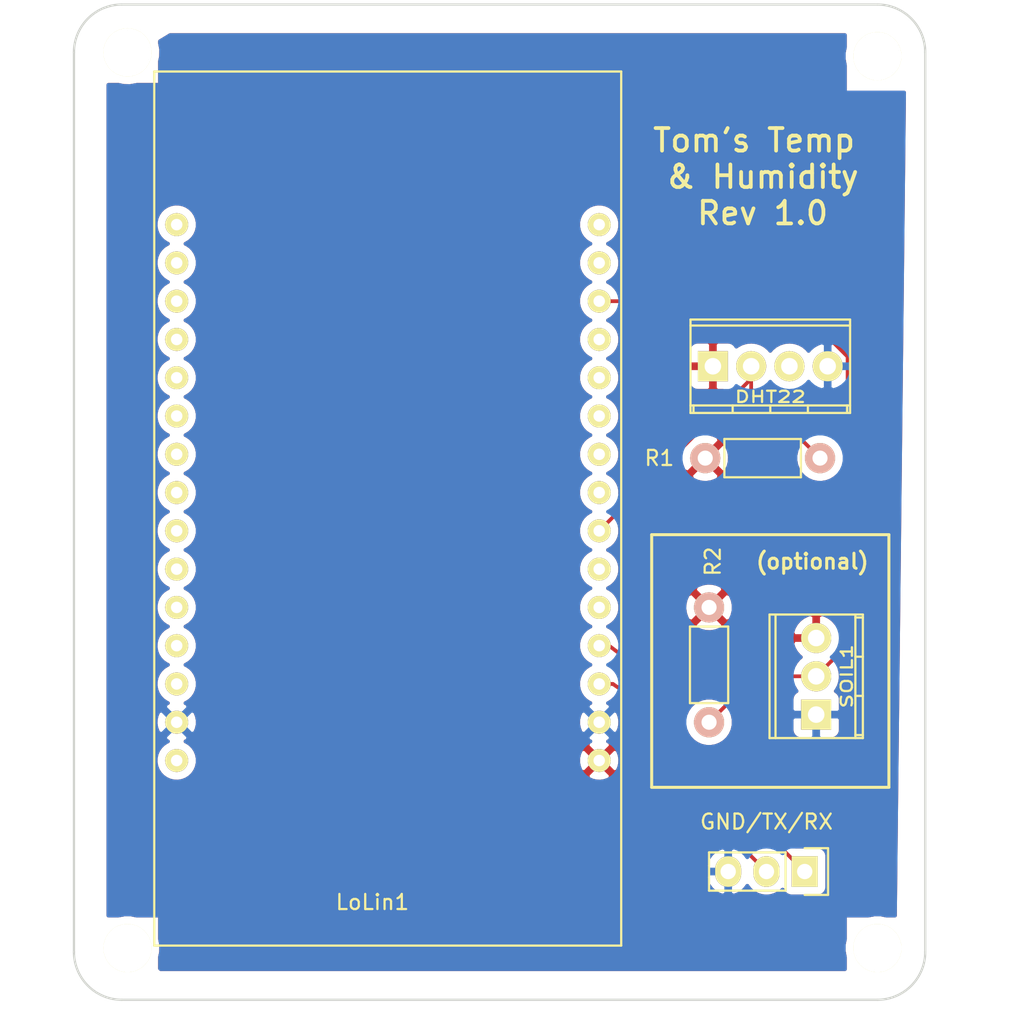
<source format=kicad_pcb>
(kicad_pcb (version 4) (host pcbnew 4.0.2-stable)

  (general
    (links 14)
    (no_connects 2)
    (area 83.839857 53.095 151.872143 123.031)
    (thickness 1.6)
    (drawings 15)
    (tracks 23)
    (zones 0)
    (modules 10)
    (nets 31)
  )

  (page A4)
  (layers
    (0 F.Cu signal)
    (31 B.Cu signal)
    (33 F.Adhes user)
    (35 F.Paste user)
    (37 F.SilkS user)
    (39 F.Mask user)
    (40 Dwgs.User user)
    (41 Cmts.User user hide)
    (42 Eco1.User user)
    (43 Eco2.User user hide)
    (44 Edge.Cuts user)
    (45 Margin user)
    (47 F.CrtYd user hide)
    (49 F.Fab user)
  )

  (setup
    (last_trace_width 0.25)
    (trace_clearance 0.2)
    (zone_clearance 0.508)
    (zone_45_only yes)
    (trace_min 0.2)
    (segment_width 0.2)
    (edge_width 0.15)
    (via_size 0.6)
    (via_drill 0.4)
    (via_min_size 0.4)
    (via_min_drill 0.3)
    (uvia_size 0.3)
    (uvia_drill 0.1)
    (uvias_allowed no)
    (uvia_min_size 0.2)
    (uvia_min_drill 0.1)
    (pcb_text_width 0.3)
    (pcb_text_size 1.5 1.5)
    (mod_edge_width 0.15)
    (mod_text_size 1 1)
    (mod_text_width 0.15)
    (pad_size 1.524 1.524)
    (pad_drill 0.762)
    (pad_to_mask_clearance 0.2)
    (aux_axis_origin 0 0)
    (visible_elements 7FFEFF7F)
    (pcbplotparams
      (layerselection 0x010a0_80000001)
      (usegerberextensions true)
      (excludeedgelayer true)
      (linewidth 0.100000)
      (plotframeref false)
      (viasonmask false)
      (mode 1)
      (useauxorigin false)
      (hpglpennumber 1)
      (hpglpenspeed 20)
      (hpglpendiameter 15)
      (hpglpenoverlay 2)
      (psnegative false)
      (psa4output false)
      (plotreference true)
      (plotvalue false)
      (plotinvisibletext false)
      (padsonsilk false)
      (subtractmaskfromsilk false)
      (outputformat 1)
      (mirror false)
      (drillshape 0)
      (scaleselection 1)
      (outputdirectory ""))
  )

  (net 0 "")
  (net 1 3.3V)
  (net 2 GND)
  (net 3 +5V)
  (net 4 SOIL_TEMP)
  (net 5 "Net-(COMMS1-Pad1)")
  (net 6 "Net-(COMMS1-Pad2)")
  (net 7 "Net-(DHT22-Pad3)")
  (net 8 "Net-(LoLin1-Pad2)")
  (net 9 "Net-(LoLin1-Pad3)")
  (net 10 "Net-(LoLin1-Pad4)")
  (net 11 "Net-(LoLin1-Pad5)")
  (net 12 "Net-(LoLin1-Pad6)")
  (net 13 "Net-(LoLin1-Pad7)")
  (net 14 "Net-(LoLin1-Pad8)")
  (net 15 "Net-(LoLin1-Pad9)")
  (net 16 "Net-(LoLin1-Pad10)")
  (net 17 "Net-(LoLin1-Pad12)")
  (net 18 "Net-(LoLin1-Pad13)")
  (net 19 "Net-(LoLin1-Pad20)")
  (net 20 "Net-(LoLin1-Pad21)")
  (net 21 "Net-(LoLin1-Pad23)")
  (net 22 "Net-(LoLin1-Pad24)")
  (net 23 "Net-(LoLin1-Pad25)")
  (net 24 "Net-(LoLin1-Pad26)")
  (net 25 "Net-(LoLin1-Pad27)")
  (net 26 "Net-(LoLin1-Pad29)")
  (net 27 "Net-(LoLin1-Pad30)")
  (net 28 "Net-(LoLin1-Pad1)")
  (net 29 "Net-(LoLin1-Pad11)")
  (net 30 TEMP_READING)

  (net_class Default "This is the default net class."
    (clearance 0.2)
    (trace_width 0.25)
    (via_dia 0.6)
    (via_drill 0.4)
    (uvia_dia 0.3)
    (uvia_drill 0.1)
    (add_net +5V)
    (add_net 3.3V)
    (add_net GND)
    (add_net "Net-(COMMS1-Pad1)")
    (add_net "Net-(COMMS1-Pad2)")
    (add_net "Net-(DHT22-Pad3)")
    (add_net "Net-(LoLin1-Pad1)")
    (add_net "Net-(LoLin1-Pad10)")
    (add_net "Net-(LoLin1-Pad11)")
    (add_net "Net-(LoLin1-Pad12)")
    (add_net "Net-(LoLin1-Pad13)")
    (add_net "Net-(LoLin1-Pad2)")
    (add_net "Net-(LoLin1-Pad20)")
    (add_net "Net-(LoLin1-Pad21)")
    (add_net "Net-(LoLin1-Pad23)")
    (add_net "Net-(LoLin1-Pad24)")
    (add_net "Net-(LoLin1-Pad25)")
    (add_net "Net-(LoLin1-Pad26)")
    (add_net "Net-(LoLin1-Pad27)")
    (add_net "Net-(LoLin1-Pad29)")
    (add_net "Net-(LoLin1-Pad3)")
    (add_net "Net-(LoLin1-Pad30)")
    (add_net "Net-(LoLin1-Pad4)")
    (add_net "Net-(LoLin1-Pad5)")
    (add_net "Net-(LoLin1-Pad6)")
    (add_net "Net-(LoLin1-Pad7)")
    (add_net "Net-(LoLin1-Pad8)")
    (add_net "Net-(LoLin1-Pad9)")
    (add_net SOIL_TEMP)
    (add_net TEMP_READING)
  )

  (module Pin_Headers:Pin_Header_Straight_1x03 (layer F.Cu) (tedit 57361032) (tstamp 573608A3)
    (at 137.414 112.776 270)
    (descr "Through hole pin header")
    (tags "pin header")
    (path /57361857)
    (fp_text reference GND/TX/RX (at -3.302 2.54 360) (layer F.SilkS)
      (effects (font (size 1 1) (thickness 0.15)))
    )
    (fp_text value RX/TX/GND (at 0 -3.1 270) (layer F.Fab)
      (effects (font (size 1 1) (thickness 0.15)))
    )
    (fp_line (start -1.75 -1.75) (end -1.75 6.85) (layer F.CrtYd) (width 0.05))
    (fp_line (start 1.75 -1.75) (end 1.75 6.85) (layer F.CrtYd) (width 0.05))
    (fp_line (start -1.75 -1.75) (end 1.75 -1.75) (layer F.CrtYd) (width 0.05))
    (fp_line (start -1.75 6.85) (end 1.75 6.85) (layer F.CrtYd) (width 0.05))
    (fp_line (start -1.27 1.27) (end -1.27 6.35) (layer F.SilkS) (width 0.15))
    (fp_line (start -1.27 6.35) (end 1.27 6.35) (layer F.SilkS) (width 0.15))
    (fp_line (start 1.27 6.35) (end 1.27 1.27) (layer F.SilkS) (width 0.15))
    (fp_line (start 1.55 -1.55) (end 1.55 0) (layer F.SilkS) (width 0.15))
    (fp_line (start 1.27 1.27) (end -1.27 1.27) (layer F.SilkS) (width 0.15))
    (fp_line (start -1.55 0) (end -1.55 -1.55) (layer F.SilkS) (width 0.15))
    (fp_line (start -1.55 -1.55) (end 1.55 -1.55) (layer F.SilkS) (width 0.15))
    (pad 1 thru_hole rect (at 0 0 270) (size 2.032 1.7272) (drill 1.016) (layers *.Cu *.Mask F.SilkS)
      (net 5 "Net-(COMMS1-Pad1)"))
    (pad 2 thru_hole oval (at 0 2.54 270) (size 2.032 1.7272) (drill 1.016) (layers *.Cu *.Mask F.SilkS)
      (net 6 "Net-(COMMS1-Pad2)"))
    (pad 3 thru_hole oval (at 0 5.08 270) (size 2.032 1.7272) (drill 1.016) (layers *.Cu *.Mask F.SilkS)
      (net 2 GND))
    (model Pin_Headers.3dshapes/Pin_Header_Straight_1x03.wrl
      (at (xyz 0 -0.1 0))
      (scale (xyz 1 1 1))
      (rotate (xyz 0 0 90))
    )
  )

  (module Terminal_Blocks:TerminalBlock_Pheonix_MPT-2.54mm_3pol (layer F.Cu) (tedit 57360BF2) (tstamp 573608D0)
    (at 138.176 102.362 90)
    (descr "3-way 2.54mm pitch terminal block, Phoenix MPT series")
    (path /57360118)
    (fp_text reference SOIL1 (at 2.54 2.032 90) (layer F.SilkS)
      (effects (font (size 0.75 1) (thickness 0.15)))
    )
    (fp_text value SOIL (at 2.54 4.50088 90) (layer F.Fab)
      (effects (font (size 1 1) (thickness 0.15)))
    )
    (fp_line (start -1.778 3.302) (end 6.858 3.302) (layer F.CrtYd) (width 0.05))
    (fp_line (start -1.778 -3.302) (end -1.778 3.302) (layer F.CrtYd) (width 0.05))
    (fp_line (start 6.858 -3.302) (end -1.778 -3.302) (layer F.CrtYd) (width 0.05))
    (fp_line (start 6.858 3.302) (end 6.858 -3.302) (layer F.CrtYd) (width 0.05))
    (fp_line (start 6.63956 -3.0988) (end -1.55956 -3.0988) (layer F.SilkS) (width 0.15))
    (fp_line (start 6.63956 -2.70002) (end -1.55956 -2.70002) (layer F.SilkS) (width 0.15))
    (fp_line (start 6.63956 2.60096) (end -1.55956 2.60096) (layer F.SilkS) (width 0.15))
    (fp_line (start -1.55956 3.0988) (end 6.63956 3.0988) (layer F.SilkS) (width 0.15))
    (fp_line (start 3.84048 2.60096) (end 3.84048 3.0988) (layer F.SilkS) (width 0.15))
    (fp_line (start -1.3589 3.0988) (end -1.3589 2.60096) (layer F.SilkS) (width 0.15))
    (fp_line (start 6.44144 2.60096) (end 6.44144 3.0988) (layer F.SilkS) (width 0.15))
    (fp_line (start 1.24206 3.0988) (end 1.24206 2.60096) (layer F.SilkS) (width 0.15))
    (fp_line (start 6.63956 3.0988) (end 6.63956 -3.0988) (layer F.SilkS) (width 0.15))
    (fp_line (start -1.55702 -3.0988) (end -1.55702 3.0988) (layer F.SilkS) (width 0.15))
    (pad 3 thru_hole oval (at 5.08 0 90) (size 1.99898 1.99898) (drill 1.09728) (layers *.Cu *.Mask F.SilkS)
      (net 1 3.3V))
    (pad 1 thru_hole rect (at 0 0 90) (size 1.99898 1.99898) (drill 1.09728) (layers *.Cu *.Mask F.SilkS)
      (net 2 GND))
    (pad 2 thru_hole oval (at 2.54 0 90) (size 1.99898 1.99898) (drill 1.09728) (layers *.Cu *.Mask F.SilkS)
      (net 4 SOIL_TEMP))
    (model Terminal_Blocks.3dshapes/TerminalBlock_Pheonix_MPT-2.54mm_3pol.wrl
      (at (xyz 0.1 0 0))
      (scale (xyz 1 1 1))
      (rotate (xyz 0 0 0))
    )
  )

  (module Terminal_Blocks:TerminalBlock_Pheonix_MPT-2.54mm_4pol (layer F.Cu) (tedit 57360C04) (tstamp 573609D5)
    (at 131.318 79.248)
    (descr "4-way 2.54mm pitch terminal block, Phoenix MPT series")
    (path /573490F4)
    (fp_text reference DHT22 (at 3.81 2.032) (layer F.SilkS)
      (effects (font (size 0.75 1) (thickness 0.15)))
    )
    (fp_text value DHT22 (at 3.81 4.50088) (layer F.Fab)
      (effects (font (size 1 1) (thickness 0.15)))
    )
    (fp_line (start -1.778 -3.302) (end 9.398 -3.302) (layer F.CrtYd) (width 0.05))
    (fp_line (start -1.778 3.302) (end -1.778 -3.302) (layer F.CrtYd) (width 0.05))
    (fp_line (start 9.398 3.302) (end -1.778 3.302) (layer F.CrtYd) (width 0.05))
    (fp_line (start 9.398 -3.302) (end 9.398 3.302) (layer F.CrtYd) (width 0.05))
    (fp_line (start 9.11098 -3.0988) (end -1.49098 -3.0988) (layer F.SilkS) (width 0.15))
    (fp_line (start -1.49098 -2.70002) (end 9.11098 -2.70002) (layer F.SilkS) (width 0.15))
    (fp_line (start -1.49098 2.60096) (end 9.11098 2.60096) (layer F.SilkS) (width 0.15))
    (fp_line (start 9.11098 3.0988) (end -1.49098 3.0988) (layer F.SilkS) (width 0.15))
    (fp_line (start 6.30682 2.60096) (end 6.30682 3.0988) (layer F.SilkS) (width 0.15))
    (fp_line (start 3.81 2.60096) (end 3.81 3.0988) (layer F.SilkS) (width 0.15))
    (fp_line (start -1.28778 3.0988) (end -1.28778 2.60096) (layer F.SilkS) (width 0.15))
    (fp_line (start 8.91032 2.60096) (end 8.91032 3.0988) (layer F.SilkS) (width 0.15))
    (fp_line (start 1.31318 3.0988) (end 1.31318 2.60096) (layer F.SilkS) (width 0.15))
    (fp_line (start 9.10844 3.0988) (end 9.10844 -3.0988) (layer F.SilkS) (width 0.15))
    (fp_line (start -1.4859 -3.0988) (end -1.4859 3.0988) (layer F.SilkS) (width 0.15))
    (pad 4 thru_hole oval (at 7.62 0 180) (size 1.99898 1.99898) (drill 1.09728) (layers *.Cu *.Mask F.SilkS)
      (net 2 GND))
    (pad 1 thru_hole rect (at 0 0 180) (size 1.99898 1.99898) (drill 1.09728) (layers *.Cu *.Mask F.SilkS)
      (net 1 3.3V))
    (pad 2 thru_hole oval (at 2.54 0 180) (size 1.99898 1.99898) (drill 1.09728) (layers *.Cu *.Mask F.SilkS)
      (net 30 TEMP_READING))
    (pad 3 thru_hole oval (at 5.08 0 180) (size 1.99898 1.99898) (drill 1.09728) (layers *.Cu *.Mask F.SilkS)
      (net 7 "Net-(DHT22-Pad3)"))
    (model Terminal_Blocks.3dshapes/TerminalBlock_Pheonix_MPT-2.54mm_4pol.wrl
      (at (xyz 0.15 0 0))
      (scale (xyz 1 1 1))
      (rotate (xyz 0 0 0))
    )
  )

  (module Resistors_ThroughHole:Resistor_Horizontal_RM7mm (layer F.Cu) (tedit 573745FA) (tstamp 57360D0B)
    (at 130.81 85.344)
    (descr "Resistor, Axial,  RM 7.62mm, 1/3W,")
    (tags "Resistor Axial RM 7.62mm 1/3W R3")
    (path /57349191)
    (fp_text reference R1 (at -3.048 0) (layer F.SilkS)
      (effects (font (size 1 1) (thickness 0.15)))
    )
    (fp_text value 4.7K (at 3.81 0.381) (layer F.Fab)
      (effects (font (size 1 1) (thickness 0.15)))
    )
    (fp_line (start -1.25 -1.5) (end 8.85 -1.5) (layer F.CrtYd) (width 0.05))
    (fp_line (start -1.25 1.5) (end -1.25 -1.5) (layer F.CrtYd) (width 0.05))
    (fp_line (start 8.85 -1.5) (end 8.85 1.5) (layer F.CrtYd) (width 0.05))
    (fp_line (start -1.25 1.5) (end 8.85 1.5) (layer F.CrtYd) (width 0.05))
    (fp_line (start 1.27 -1.27) (end 6.35 -1.27) (layer F.SilkS) (width 0.15))
    (fp_line (start 6.35 -1.27) (end 6.35 1.27) (layer F.SilkS) (width 0.15))
    (fp_line (start 6.35 1.27) (end 1.27 1.27) (layer F.SilkS) (width 0.15))
    (fp_line (start 1.27 1.27) (end 1.27 -1.27) (layer F.SilkS) (width 0.15))
    (pad 1 thru_hole circle (at 0 0) (size 1.99898 1.99898) (drill 1.00076) (layers *.Cu *.SilkS *.Mask)
      (net 1 3.3V))
    (pad 2 thru_hole circle (at 7.62 0) (size 1.99898 1.99898) (drill 1.00076) (layers *.Cu *.SilkS *.Mask)
      (net 30 TEMP_READING))
  )

  (module Resistors_ThroughHole:Resistor_Horizontal_RM7mm (layer F.Cu) (tedit 573745F5) (tstamp 57360D11)
    (at 131.064 102.87 90)
    (descr "Resistor, Axial,  RM 7.62mm, 1/3W,")
    (tags "Resistor Axial RM 7.62mm 1/3W R3")
    (path /57360790)
    (fp_text reference R2 (at 10.668 0.254 90) (layer F.SilkS)
      (effects (font (size 1 1) (thickness 0.15)))
    )
    (fp_text value 4.7K (at 3.81 -0.254 90) (layer F.Fab)
      (effects (font (size 1 1) (thickness 0.15)))
    )
    (fp_line (start -1.25 -1.5) (end 8.85 -1.5) (layer F.CrtYd) (width 0.05))
    (fp_line (start -1.25 1.5) (end -1.25 -1.5) (layer F.CrtYd) (width 0.05))
    (fp_line (start 8.85 -1.5) (end 8.85 1.5) (layer F.CrtYd) (width 0.05))
    (fp_line (start -1.25 1.5) (end 8.85 1.5) (layer F.CrtYd) (width 0.05))
    (fp_line (start 1.27 -1.27) (end 6.35 -1.27) (layer F.SilkS) (width 0.15))
    (fp_line (start 6.35 -1.27) (end 6.35 1.27) (layer F.SilkS) (width 0.15))
    (fp_line (start 6.35 1.27) (end 1.27 1.27) (layer F.SilkS) (width 0.15))
    (fp_line (start 1.27 1.27) (end 1.27 -1.27) (layer F.SilkS) (width 0.15))
    (pad 1 thru_hole circle (at 0 0 90) (size 1.99898 1.99898) (drill 1.00076) (layers *.Cu *.SilkS *.Mask)
      (net 4 SOIL_TEMP))
    (pad 2 thru_hole circle (at 7.62 0 90) (size 1.99898 1.99898) (drill 1.00076) (layers *.Cu *.SilkS *.Mask)
      (net 1 3.3V))
  )

  (module LoLin:LoLin (layer F.Cu) (tedit 573629A2) (tstamp 57362E47)
    (at 93.98 59.69)
    (path /57338DC8)
    (fp_text reference LoLin1 (at 14.732 55.118) (layer F.SilkS)
      (effects (font (size 1 1) (thickness 0.15)))
    )
    (fp_text value LoLin_V3 (at 15.24 7.62) (layer F.Fab)
      (effects (font (size 1 1) (thickness 0.15)))
    )
    (fp_line (start 0.25 58) (end 0.25 0) (layer F.SilkS) (width 0.15))
    (fp_line (start 31.25 58) (end 0.25 58) (layer F.SilkS) (width 0.15))
    (fp_line (start 31.25 0) (end 31.25 58) (layer F.SilkS) (width 0.15))
    (fp_line (start 0.25 0) (end 31.25 0) (layer F.SilkS) (width 0.15))
    (pad 1 thru_hole circle (at 1.74 10.16) (size 1.524 1.524) (drill 0.762) (layers *.Cu *.Mask F.SilkS)
      (net 28 "Net-(LoLin1-Pad1)"))
    (pad 2 thru_hole circle (at 1.74 12.7) (size 1.524 1.524) (drill 0.762) (layers *.Cu *.Mask F.SilkS)
      (net 8 "Net-(LoLin1-Pad2)"))
    (pad 3 thru_hole circle (at 1.74 15.24) (size 1.524 1.524) (drill 0.762) (layers *.Cu *.Mask F.SilkS)
      (net 9 "Net-(LoLin1-Pad3)"))
    (pad 4 thru_hole circle (at 1.74 17.78) (size 1.524 1.524) (drill 0.762) (layers *.Cu *.Mask F.SilkS)
      (net 10 "Net-(LoLin1-Pad4)"))
    (pad 5 thru_hole circle (at 1.74 20.32) (size 1.524 1.524) (drill 0.762) (layers *.Cu *.Mask F.SilkS)
      (net 11 "Net-(LoLin1-Pad5)"))
    (pad 6 thru_hole circle (at 1.74 22.86) (size 1.524 1.524) (drill 0.762) (layers *.Cu *.Mask F.SilkS)
      (net 12 "Net-(LoLin1-Pad6)"))
    (pad 7 thru_hole circle (at 1.74 25.4) (size 1.524 1.524) (drill 0.762) (layers *.Cu *.Mask F.SilkS)
      (net 13 "Net-(LoLin1-Pad7)"))
    (pad 8 thru_hole circle (at 1.74 27.94) (size 1.524 1.524) (drill 0.762) (layers *.Cu *.Mask F.SilkS)
      (net 14 "Net-(LoLin1-Pad8)"))
    (pad 9 thru_hole circle (at 1.74 30.48) (size 1.524 1.524) (drill 0.762) (layers *.Cu *.Mask F.SilkS)
      (net 15 "Net-(LoLin1-Pad9)"))
    (pad 10 thru_hole circle (at 1.74 33.02) (size 1.524 1.524) (drill 0.762) (layers *.Cu *.Mask F.SilkS)
      (net 16 "Net-(LoLin1-Pad10)"))
    (pad 11 thru_hole circle (at 1.74 35.56) (size 1.524 1.524) (drill 0.762) (layers *.Cu *.Mask F.SilkS)
      (net 29 "Net-(LoLin1-Pad11)"))
    (pad 12 thru_hole circle (at 1.74 38.1) (size 1.524 1.524) (drill 0.762) (layers *.Cu *.Mask F.SilkS)
      (net 17 "Net-(LoLin1-Pad12)"))
    (pad 13 thru_hole circle (at 1.74 40.64) (size 1.524 1.524) (drill 0.762) (layers *.Cu *.Mask F.SilkS)
      (net 18 "Net-(LoLin1-Pad13)"))
    (pad 14 thru_hole circle (at 1.74 43.18) (size 1.524 1.524) (drill 0.762) (layers *.Cu *.Mask F.SilkS)
      (net 2 GND))
    (pad 15 thru_hole circle (at 1.74 45.72) (size 1.524 1.524) (drill 0.762) (layers *.Cu *.Mask F.SilkS)
      (net 3 +5V))
    (pad 16 thru_hole circle (at 29.79 45.72) (size 1.524 1.524) (drill 0.762) (layers *.Cu *.Mask F.SilkS)
      (net 1 3.3V))
    (pad 17 thru_hole circle (at 29.79 43.18) (size 1.524 1.524) (drill 0.762) (layers *.Cu *.Mask F.SilkS)
      (net 2 GND))
    (pad 18 thru_hole circle (at 29.79 40.64) (size 1.524 1.524) (drill 0.762) (layers *.Cu *.Mask F.SilkS)
      (net 6 "Net-(COMMS1-Pad2)"))
    (pad 19 thru_hole circle (at 29.79 38.1) (size 1.524 1.524) (drill 0.762) (layers *.Cu *.Mask F.SilkS)
      (net 5 "Net-(COMMS1-Pad1)"))
    (pad 20 thru_hole circle (at 29.79 35.56) (size 1.524 1.524) (drill 0.762) (layers *.Cu *.Mask F.SilkS)
      (net 19 "Net-(LoLin1-Pad20)"))
    (pad 21 thru_hole circle (at 29.79 33.02) (size 1.524 1.524) (drill 0.762) (layers *.Cu *.Mask F.SilkS)
      (net 20 "Net-(LoLin1-Pad21)"))
    (pad 22 thru_hole circle (at 29.79 30.48) (size 1.524 1.524) (drill 0.762) (layers *.Cu *.Mask F.SilkS)
      (net 30 TEMP_READING))
    (pad 23 thru_hole circle (at 29.79 27.94) (size 1.524 1.524) (drill 0.762) (layers *.Cu *.Mask F.SilkS)
      (net 21 "Net-(LoLin1-Pad23)"))
    (pad 24 thru_hole circle (at 29.79 25.4) (size 1.524 1.524) (drill 0.762) (layers *.Cu *.Mask F.SilkS)
      (net 22 "Net-(LoLin1-Pad24)"))
    (pad 25 thru_hole circle (at 29.79 22.86) (size 1.524 1.524) (drill 0.762) (layers *.Cu *.Mask F.SilkS)
      (net 23 "Net-(LoLin1-Pad25)"))
    (pad 26 thru_hole circle (at 29.79 20.32) (size 1.524 1.524) (drill 0.762) (layers *.Cu *.Mask F.SilkS)
      (net 24 "Net-(LoLin1-Pad26)"))
    (pad 27 thru_hole circle (at 29.79 17.78) (size 1.524 1.524) (drill 0.762) (layers *.Cu *.Mask F.SilkS)
      (net 25 "Net-(LoLin1-Pad27)"))
    (pad 28 thru_hole circle (at 29.79 15.24) (size 1.524 1.524) (drill 0.762) (layers *.Cu *.Mask F.SilkS)
      (net 4 SOIL_TEMP))
    (pad 29 thru_hole circle (at 29.79 12.7) (size 1.524 1.524) (drill 0.762) (layers *.Cu *.Mask F.SilkS)
      (net 26 "Net-(LoLin1-Pad29)"))
    (pad 30 thru_hole circle (at 29.79 10.16) (size 1.524 1.524) (drill 0.762) (layers *.Cu *.Mask F.SilkS)
      (net 27 "Net-(LoLin1-Pad30)"))
  )

  (module Mounting_Holes:MountingHole_3.2mm_M3 (layer F.Cu) (tedit 573736B2) (tstamp 57363466)
    (at 93.472 58.42)
    (descr "Mounting Hole 3.2mm, no annular, M3")
    (tags "mounting hole 3.2mm no annular m3")
    (fp_text reference REF** (at 0 -4.2) (layer F.SilkS) hide
      (effects (font (size 1 1) (thickness 0.15)))
    )
    (fp_text value MountingHole_3.2mm_M3 (at 0 4.2) (layer F.Fab)
      (effects (font (size 1 1) (thickness 0.15)))
    )
    (fp_circle (center 0 0) (end 3.2 0) (layer Cmts.User) (width 0.15))
    (fp_circle (center 0 0) (end 3.45 0) (layer F.CrtYd) (width 0.05))
    (pad 1 np_thru_hole circle (at -1.016 0) (size 3.2 3.2) (drill 3.2) (layers *.Cu *.Mask F.SilkS))
  )

  (module Mounting_Holes:MountingHole_3.2mm_M3 (layer F.Cu) (tedit 573637AE) (tstamp 5736346F)
    (at 142.24 58.674)
    (descr "Mounting Hole 3.2mm, no annular, M3")
    (tags "mounting hole 3.2mm no annular m3")
    (fp_text reference REF** (at 0 -4.2) (layer F.SilkS) hide
      (effects (font (size 1 1) (thickness 0.15)))
    )
    (fp_text value MountingHole_3.2mm_M3 (at 0 4.2) (layer F.Fab)
      (effects (font (size 1 1) (thickness 0.15)))
    )
    (fp_circle (center 0 0) (end 3.2 0) (layer Cmts.User) (width 0.15))
    (fp_circle (center 0 0) (end 3.45 0) (layer F.CrtYd) (width 0.05))
    (pad 1 np_thru_hole circle (at 0 0) (size 3.2 3.2) (drill 3.2) (layers *.Cu *.Mask F.SilkS))
  )

  (module Mounting_Holes:MountingHole_3.2mm_M3 (layer F.Cu) (tedit 573637A8) (tstamp 57363478)
    (at 142.24 117.856)
    (descr "Mounting Hole 3.2mm, no annular, M3")
    (tags "mounting hole 3.2mm no annular m3")
    (fp_text reference REF** (at 0 -4.2) (layer F.SilkS) hide
      (effects (font (size 1 1) (thickness 0.15)))
    )
    (fp_text value MountingHole_3.2mm_M3 (at 0 4.2) (layer F.Fab)
      (effects (font (size 1 1) (thickness 0.15)))
    )
    (fp_circle (center 0 0) (end 3.2 0) (layer Cmts.User) (width 0.15))
    (fp_circle (center 0 0) (end 3.45 0) (layer F.CrtYd) (width 0.05))
    (pad 1 np_thru_hole circle (at 0 0) (size 3.2 3.2) (drill 3.2) (layers *.Cu *.Mask F.SilkS))
  )

  (module Mounting_Holes:MountingHole_3.2mm_M3 (layer F.Cu) (tedit 573736E7) (tstamp 57363484)
    (at 93.472 117.856)
    (descr "Mounting Hole 3.2mm, no annular, M3")
    (tags "mounting hole 3.2mm no annular m3")
    (fp_text reference REF** (at 0 -4.2) (layer F.SilkS) hide
      (effects (font (size 1 1) (thickness 0.15)))
    )
    (fp_text value MountingHole_3.2mm_M3 (at 0 4.2) (layer F.Fab)
      (effects (font (size 1 1) (thickness 0.15)))
    )
    (fp_circle (center 0 0) (end 3.2 0) (layer Cmts.User) (width 0.15))
    (fp_circle (center 0 0) (end 3.45 0) (layer F.CrtYd) (width 0.05))
    (pad 1 np_thru_hole circle (at -1.016 0) (size 3.2 3.2) (drill 3.2) (layers *.Cu *.Mask F.SilkS))
  )

  (gr_arc (start 92.075 58.42) (end 88.9 58.42) (angle 90) (layer Edge.Cuts) (width 0.15))
  (gr_arc (start 92.075 118.11) (end 92.075 121.285) (angle 90) (layer Edge.Cuts) (width 0.15))
  (gr_arc (start 142.24 118.11) (end 145.415 118.11) (angle 90) (layer Edge.Cuts) (width 0.15))
  (gr_text "(optional)" (at 137.922 92.202) (layer F.SilkS)
    (effects (font (size 1 1) (thickness 0.2)))
  )
  (gr_line (start 127.254 107.188) (end 127.254 90.424) (angle 90) (layer F.SilkS) (width 0.2))
  (gr_line (start 128.27 107.188) (end 127.254 107.188) (angle 90) (layer F.SilkS) (width 0.2))
  (gr_line (start 143.002 107.188) (end 128.27 107.188) (angle 90) (layer F.SilkS) (width 0.2))
  (gr_line (start 143.002 90.424) (end 143.002 107.188) (angle 90) (layer F.SilkS) (width 0.2))
  (gr_line (start 127.254 90.424) (end 143.002 90.424) (angle 90) (layer F.SilkS) (width 0.2))
  (gr_text "Tom's Temp \n& Humidity\nRev 1.0" (at 134.62 66.675) (layer F.SilkS)
    (effects (font (size 1.5 1.5) (thickness 0.25)))
  )
  (gr_arc (start 142.24 58.42) (end 142.24 55.245) (angle 90) (layer Edge.Cuts) (width 0.15))
  (gr_line (start 88.9 118.11) (end 88.9 58.42) (angle 90) (layer Edge.Cuts) (width 0.15))
  (gr_line (start 142.24 121.285) (end 92.075 121.285) (angle 90) (layer Edge.Cuts) (width 0.15))
  (gr_line (start 145.415 58.42) (end 145.415 118.11) (angle 90) (layer Edge.Cuts) (width 0.15))
  (gr_line (start 92.075 55.245) (end 142.24 55.245) (angle 90) (layer Edge.Cuts) (width 0.15))

  (segment (start 130.302 95.25) (end 131.064 95.25) (width 0.25) (layer F.Cu) (net 1))
  (segment (start 132.334 112.776) (end 132.334 112.9284) (width 0.25) (layer F.Cu) (net 2))
  (segment (start 123.77 74.93) (end 136.580248 74.93) (width 0.25) (layer F.Cu) (net 4))
  (segment (start 136.580248 74.93) (end 140.262491 78.612243) (width 0.25) (layer F.Cu) (net 4))
  (segment (start 140.262491 97.735509) (end 139.175489 98.822511) (width 0.25) (layer F.Cu) (net 4))
  (segment (start 140.262491 78.612243) (end 140.262491 97.735509) (width 0.25) (layer F.Cu) (net 4))
  (segment (start 139.175489 98.822511) (end 138.176 99.822) (width 0.25) (layer F.Cu) (net 4))
  (segment (start 138.176 99.822) (end 134.112 99.822) (width 0.25) (layer F.Cu) (net 4))
  (segment (start 134.112 99.822) (end 131.064 102.87) (width 0.25) (layer F.Cu) (net 4))
  (segment (start 124.17 97.79) (end 124.424 97.79) (width 0.25) (layer F.Cu) (net 5))
  (segment (start 124.424 97.79) (end 128.778 101.092) (width 0.25) (layer F.Cu) (net 5) (tstamp 5736106F))
  (segment (start 128.778 101.092) (end 128.778 104.14) (width 0.25) (layer F.Cu) (net 5) (tstamp 57361070))
  (segment (start 128.778 104.14) (end 129.794 105.156) (width 0.25) (layer F.Cu) (net 5) (tstamp 57361072))
  (segment (start 129.794 105.156) (end 131.064 106.426) (width 0.25) (layer F.Cu) (net 5) (tstamp 57361073))
  (segment (start 131.064 106.426) (end 137.414 112.776) (width 0.25) (layer F.Cu) (net 5) (tstamp 57361075))
  (segment (start 124.17 100.33) (end 124.678 100.33) (width 0.25) (layer F.Cu) (net 6))
  (segment (start 124.678 100.33) (end 128.016 102.616) (width 0.25) (layer F.Cu) (net 6) (tstamp 57361079))
  (segment (start 128.016 102.616) (end 128.016 105.918) (width 0.25) (layer F.Cu) (net 6) (tstamp 5736107A))
  (segment (start 128.016 105.918) (end 134.874 112.776) (width 0.25) (layer F.Cu) (net 6) (tstamp 5736107C))
  (segment (start 133.858 79.248) (end 133.858 80.772) (width 0.25) (layer F.Cu) (net 30))
  (segment (start 133.858 80.772) (end 138.43 85.344) (width 0.25) (layer F.Cu) (net 30))
  (segment (start 123.77 90.17) (end 133.858 80.082) (width 0.25) (layer F.Cu) (net 30))
  (segment (start 133.858 80.082) (end 133.858 79.248) (width 0.25) (layer F.Cu) (net 30))

  (zone (net 1) (net_name 3.3V) (layer F.Cu) (tstamp 5735D87B) (hatch edge 0.508)
    (connect_pads (clearance 0.508))
    (min_thickness 0.254)
    (fill yes (arc_segments 32) (thermal_gap 0.508) (thermal_bridge_width 0.508))
    (polygon
      (pts
        (xy 95.25 57.15) (xy 140.97 57.15) (xy 144.145 60.325) (xy 143.51 117.475) (xy 140.335 119.38)
        (xy 94.615 119.38) (xy 91.059 116.205) (xy 91.059 59.69)
      )
    )
    (filled_polygon
      (pts
        (xy 140.081 58.08108) (xy 140.008182 58.423662) (xy 140.002062 58.861925) (xy 140.081 59.292022) (xy 140.081 60.96)
        (xy 140.089685 61.006159) (xy 140.116965 61.048553) (xy 140.15859 61.076994) (xy 140.208 61.087) (xy 144.009525 61.087)
        (xy 143.402748 115.697) (xy 142.837743 115.697) (xy 142.474751 115.622489) (xy 142.036456 115.619429) (xy 141.629813 115.697)
        (xy 140.208 115.697) (xy 140.161841 115.705685) (xy 140.119447 115.732965) (xy 140.091006 115.77459) (xy 140.081 115.824)
        (xy 140.081 117.26308) (xy 140.008182 117.605662) (xy 140.002062 118.043925) (xy 140.081 118.474022) (xy 140.081 119.253)
        (xy 94.663446 119.253) (xy 94.615 119.209745) (xy 94.615 118.441642) (xy 94.684105 118.137475) (xy 94.691096 117.636847)
        (xy 94.615 117.252533) (xy 94.615 115.824) (xy 94.606315 115.777841) (xy 94.579035 115.735447) (xy 94.53741 115.707006)
        (xy 94.488 115.697) (xy 93.053743 115.697) (xy 92.690751 115.622489) (xy 92.252456 115.619429) (xy 91.845813 115.697)
        (xy 91.186 115.697) (xy 91.186 69.967464) (xy 94.321164 69.967464) (xy 94.37062 70.236928) (xy 94.471474 70.491655)
        (xy 94.619883 70.721942) (xy 94.810196 70.919016) (xy 95.035163 71.075372) (xy 95.1357 71.119296) (xy 95.069644 71.145984)
        (xy 94.840399 71.295997) (xy 94.644658 71.487681) (xy 94.489877 71.713734) (xy 94.38195 71.965546) (xy 94.324989 72.233524)
        (xy 94.321164 72.507464) (xy 94.37062 72.776928) (xy 94.471474 73.031655) (xy 94.619883 73.261942) (xy 94.810196 73.459016)
        (xy 95.035163 73.615372) (xy 95.1357 73.659296) (xy 95.069644 73.685984) (xy 94.840399 73.835997) (xy 94.644658 74.027681)
        (xy 94.489877 74.253734) (xy 94.38195 74.505546) (xy 94.324989 74.773524) (xy 94.321164 75.047464) (xy 94.37062 75.316928)
        (xy 94.471474 75.571655) (xy 94.619883 75.801942) (xy 94.810196 75.999016) (xy 95.035163 76.155372) (xy 95.1357 76.199296)
        (xy 95.069644 76.225984) (xy 94.840399 76.375997) (xy 94.644658 76.567681) (xy 94.489877 76.793734) (xy 94.38195 77.045546)
        (xy 94.324989 77.313524) (xy 94.321164 77.587464) (xy 94.37062 77.856928) (xy 94.471474 78.111655) (xy 94.619883 78.341942)
        (xy 94.810196 78.539016) (xy 95.035163 78.695372) (xy 95.1357 78.739296) (xy 95.069644 78.765984) (xy 94.840399 78.915997)
        (xy 94.644658 79.107681) (xy 94.489877 79.333734) (xy 94.38195 79.585546) (xy 94.324989 79.853524) (xy 94.321164 80.127464)
        (xy 94.37062 80.396928) (xy 94.471474 80.651655) (xy 94.619883 80.881942) (xy 94.810196 81.079016) (xy 95.035163 81.235372)
        (xy 95.1357 81.279296) (xy 95.069644 81.305984) (xy 94.840399 81.455997) (xy 94.644658 81.647681) (xy 94.489877 81.873734)
        (xy 94.38195 82.125546) (xy 94.324989 82.393524) (xy 94.321164 82.667464) (xy 94.37062 82.936928) (xy 94.471474 83.191655)
        (xy 94.619883 83.421942) (xy 94.810196 83.619016) (xy 95.035163 83.775372) (xy 95.1357 83.819296) (xy 95.069644 83.845984)
        (xy 94.840399 83.995997) (xy 94.644658 84.187681) (xy 94.489877 84.413734) (xy 94.38195 84.665546) (xy 94.324989 84.933524)
        (xy 94.321164 85.207464) (xy 94.37062 85.476928) (xy 94.471474 85.731655) (xy 94.619883 85.961942) (xy 94.810196 86.159016)
        (xy 95.035163 86.315372) (xy 95.1357 86.359296) (xy 95.069644 86.385984) (xy 94.840399 86.535997) (xy 94.644658 86.727681)
        (xy 94.489877 86.953734) (xy 94.38195 87.205546) (xy 94.324989 87.473524) (xy 94.321164 87.747464) (xy 94.37062 88.016928)
        (xy 94.471474 88.271655) (xy 94.619883 88.501942) (xy 94.810196 88.699016) (xy 95.035163 88.855372) (xy 95.1357 88.899296)
        (xy 95.069644 88.925984) (xy 94.840399 89.075997) (xy 94.644658 89.267681) (xy 94.489877 89.493734) (xy 94.38195 89.745546)
        (xy 94.324989 90.013524) (xy 94.321164 90.287464) (xy 94.37062 90.556928) (xy 94.471474 90.811655) (xy 94.619883 91.041942)
        (xy 94.810196 91.239016) (xy 95.035163 91.395372) (xy 95.1357 91.439296) (xy 95.069644 91.465984) (xy 94.840399 91.615997)
        (xy 94.644658 91.807681) (xy 94.489877 92.033734) (xy 94.38195 92.285546) (xy 94.324989 92.553524) (xy 94.321164 92.827464)
        (xy 94.37062 93.096928) (xy 94.471474 93.351655) (xy 94.619883 93.581942) (xy 94.810196 93.779016) (xy 95.035163 93.935372)
        (xy 95.1357 93.979296) (xy 95.069644 94.005984) (xy 94.840399 94.155997) (xy 94.644658 94.347681) (xy 94.489877 94.573734)
        (xy 94.38195 94.825546) (xy 94.324989 95.093524) (xy 94.321164 95.367464) (xy 94.37062 95.636928) (xy 94.471474 95.891655)
        (xy 94.619883 96.121942) (xy 94.810196 96.319016) (xy 95.035163 96.475372) (xy 95.1357 96.519296) (xy 95.069644 96.545984)
        (xy 94.840399 96.695997) (xy 94.644658 96.887681) (xy 94.489877 97.113734) (xy 94.38195 97.365546) (xy 94.324989 97.633524)
        (xy 94.321164 97.907464) (xy 94.37062 98.176928) (xy 94.471474 98.431655) (xy 94.619883 98.661942) (xy 94.810196 98.859016)
        (xy 95.035163 99.015372) (xy 95.1357 99.059296) (xy 95.069644 99.085984) (xy 94.840399 99.235997) (xy 94.644658 99.427681)
        (xy 94.489877 99.653734) (xy 94.38195 99.905546) (xy 94.324989 100.173524) (xy 94.321164 100.447464) (xy 94.37062 100.716928)
        (xy 94.471474 100.971655) (xy 94.619883 101.201942) (xy 94.810196 101.399016) (xy 95.035163 101.555372) (xy 95.1357 101.599296)
        (xy 95.069644 101.625984) (xy 94.840399 101.775997) (xy 94.644658 101.967681) (xy 94.489877 102.193734) (xy 94.38195 102.445546)
        (xy 94.324989 102.713524) (xy 94.321164 102.987464) (xy 94.37062 103.256928) (xy 94.471474 103.511655) (xy 94.619883 103.741942)
        (xy 94.810196 103.939016) (xy 95.035163 104.095372) (xy 95.1357 104.139296) (xy 95.069644 104.165984) (xy 94.840399 104.315997)
        (xy 94.644658 104.507681) (xy 94.489877 104.733734) (xy 94.38195 104.985546) (xy 94.324989 105.253524) (xy 94.321164 105.527464)
        (xy 94.37062 105.796928) (xy 94.471474 106.051655) (xy 94.619883 106.281942) (xy 94.810196 106.479016) (xy 95.035163 106.635372)
        (xy 95.286215 106.745054) (xy 95.553789 106.803884) (xy 95.827695 106.809622) (xy 96.097499 106.762048) (xy 96.352923 106.662975)
        (xy 96.58424 106.516177) (xy 96.731897 106.375565) (xy 122.98404 106.375565) (xy 123.05102 106.615656) (xy 123.300048 106.732756)
        (xy 123.567135 106.799023) (xy 123.842017 106.81191) (xy 124.114133 106.770922) (xy 124.373023 106.677636) (xy 124.48898 106.615656)
        (xy 124.55596 106.375565) (xy 123.77 105.589605) (xy 122.98404 106.375565) (xy 96.731897 106.375565) (xy 96.782639 106.327245)
        (xy 96.940561 106.103375) (xy 97.051993 105.853095) (xy 97.11269 105.585938) (xy 97.11414 105.482017) (xy 122.36809 105.482017)
        (xy 122.409078 105.754133) (xy 122.502364 106.013023) (xy 122.564344 106.12898) (xy 122.804435 106.19596) (xy 123.590395 105.41)
        (xy 123.949605 105.41) (xy 124.735565 106.19596) (xy 124.975656 106.12898) (xy 125.092756 105.879952) (xy 125.159023 105.612865)
        (xy 125.17191 105.337983) (xy 125.130922 105.065867) (xy 125.037636 104.806977) (xy 124.975656 104.69102) (xy 124.735565 104.62404)
        (xy 123.949605 105.41) (xy 123.590395 105.41) (xy 122.804435 104.62404) (xy 122.564344 104.69102) (xy 122.447244 104.940048)
        (xy 122.380977 105.207135) (xy 122.36809 105.482017) (xy 97.11414 105.482017) (xy 97.117059 105.273017) (xy 97.063846 105.004269)
        (xy 96.959446 104.750975) (xy 96.807835 104.522783) (xy 96.61479 104.328385) (xy 96.387662 104.175185) (xy 96.306393 104.141023)
        (xy 96.352923 104.122975) (xy 96.58424 103.976177) (xy 96.782639 103.787245) (xy 96.940561 103.563375) (xy 97.051993 103.313095)
        (xy 97.11269 103.045938) (xy 97.117059 102.733017) (xy 97.063846 102.464269) (xy 96.959446 102.210975) (xy 96.807835 101.982783)
        (xy 96.61479 101.788385) (xy 96.387662 101.635185) (xy 96.306393 101.601023) (xy 96.352923 101.582975) (xy 96.58424 101.436177)
        (xy 96.782639 101.247245) (xy 96.940561 101.023375) (xy 97.051993 100.773095) (xy 97.11269 100.505938) (xy 97.117059 100.193017)
        (xy 97.063846 99.924269) (xy 96.959446 99.670975) (xy 96.807835 99.442783) (xy 96.61479 99.248385) (xy 96.387662 99.095185)
        (xy 96.306393 99.061023) (xy 96.352923 99.042975) (xy 96.58424 98.896177) (xy 96.782639 98.707245) (xy 96.940561 98.483375)
        (xy 97.051993 98.233095) (xy 97.11269 97.965938) (xy 97.117059 97.653017) (xy 97.063846 97.384269) (xy 96.959446 97.130975)
        (xy 96.807835 96.902783) (xy 96.61479 96.708385) (xy 96.387662 96.555185) (xy 96.306393 96.521023) (xy 96.352923 96.502975)
        (xy 96.58424 96.356177) (xy 96.782639 96.167245) (xy 96.940561 95.943375) (xy 97.051993 95.693095) (xy 97.11269 95.425938)
        (xy 97.117059 95.113017) (xy 97.063846 94.844269) (xy 96.959446 94.590975) (xy 96.807835 94.362783) (xy 96.61479 94.168385)
        (xy 96.387662 94.015185) (xy 96.306393 93.981023) (xy 96.352923 93.962975) (xy 96.58424 93.816177) (xy 96.782639 93.627245)
        (xy 96.940561 93.403375) (xy 97.051993 93.153095) (xy 97.11269 92.885938) (xy 97.117059 92.573017) (xy 97.063846 92.304269)
        (xy 96.959446 92.050975) (xy 96.807835 91.822783) (xy 96.61479 91.628385) (xy 96.387662 91.475185) (xy 96.306393 91.441023)
        (xy 96.352923 91.422975) (xy 96.58424 91.276177) (xy 96.782639 91.087245) (xy 96.940561 90.863375) (xy 97.051993 90.613095)
        (xy 97.11269 90.345938) (xy 97.117059 90.033017) (xy 97.063846 89.764269) (xy 96.959446 89.510975) (xy 96.807835 89.282783)
        (xy 96.61479 89.088385) (xy 96.387662 88.935185) (xy 96.306393 88.901023) (xy 96.352923 88.882975) (xy 96.58424 88.736177)
        (xy 96.782639 88.547245) (xy 96.940561 88.323375) (xy 97.051993 88.073095) (xy 97.11269 87.805938) (xy 97.117059 87.493017)
        (xy 97.063846 87.224269) (xy 96.959446 86.970975) (xy 96.807835 86.742783) (xy 96.61479 86.548385) (xy 96.387662 86.395185)
        (xy 96.306393 86.361023) (xy 96.352923 86.342975) (xy 96.58424 86.196177) (xy 96.782639 86.007245) (xy 96.940561 85.783375)
        (xy 97.051993 85.533095) (xy 97.11269 85.265938) (xy 97.117059 84.953017) (xy 97.063846 84.684269) (xy 96.959446 84.430975)
        (xy 96.807835 84.202783) (xy 96.61479 84.008385) (xy 96.387662 83.855185) (xy 96.306393 83.821023) (xy 96.352923 83.802975)
        (xy 96.58424 83.656177) (xy 96.782639 83.467245) (xy 96.940561 83.243375) (xy 97.051993 82.993095) (xy 97.11269 82.725938)
        (xy 97.117059 82.413017) (xy 97.063846 82.144269) (xy 96.959446 81.890975) (xy 96.807835 81.662783) (xy 96.61479 81.468385)
        (xy 96.387662 81.315185) (xy 96.306393 81.281023) (xy 96.352923 81.262975) (xy 96.58424 81.116177) (xy 96.782639 80.927245)
        (xy 96.940561 80.703375) (xy 97.051993 80.453095) (xy 97.11269 80.185938) (xy 97.117059 79.873017) (xy 97.063846 79.604269)
        (xy 96.959446 79.350975) (xy 96.807835 79.122783) (xy 96.61479 78.928385) (xy 96.387662 78.775185) (xy 96.306393 78.741023)
        (xy 96.352923 78.722975) (xy 96.58424 78.576177) (xy 96.782639 78.387245) (xy 96.940561 78.163375) (xy 97.051993 77.913095)
        (xy 97.11269 77.645938) (xy 97.117059 77.333017) (xy 97.063846 77.064269) (xy 96.959446 76.810975) (xy 96.807835 76.582783)
        (xy 96.61479 76.388385) (xy 96.387662 76.235185) (xy 96.306393 76.201023) (xy 96.352923 76.182975) (xy 96.58424 76.036177)
        (xy 96.782639 75.847245) (xy 96.940561 75.623375) (xy 97.051993 75.373095) (xy 97.11269 75.105938) (xy 97.117059 74.793017)
        (xy 97.063846 74.524269) (xy 96.959446 74.270975) (xy 96.807835 74.042783) (xy 96.61479 73.848385) (xy 96.387662 73.695185)
        (xy 96.306393 73.661023) (xy 96.352923 73.642975) (xy 96.58424 73.496177) (xy 96.782639 73.307245) (xy 96.940561 73.083375)
        (xy 97.051993 72.833095) (xy 97.11269 72.565938) (xy 97.117059 72.253017) (xy 97.063846 71.984269) (xy 96.959446 71.730975)
        (xy 96.807835 71.502783) (xy 96.61479 71.308385) (xy 96.387662 71.155185) (xy 96.306393 71.121023) (xy 96.352923 71.102975)
        (xy 96.58424 70.956177) (xy 96.782639 70.767245) (xy 96.940561 70.543375) (xy 97.051993 70.293095) (xy 97.11269 70.025938)
        (xy 97.113506 69.967464) (xy 122.371164 69.967464) (xy 122.42062 70.236928) (xy 122.521474 70.491655) (xy 122.669883 70.721942)
        (xy 122.860196 70.919016) (xy 123.085163 71.075372) (xy 123.1857 71.119296) (xy 123.119644 71.145984) (xy 122.890399 71.295997)
        (xy 122.694658 71.487681) (xy 122.539877 71.713734) (xy 122.43195 71.965546) (xy 122.374989 72.233524) (xy 122.371164 72.507464)
        (xy 122.42062 72.776928) (xy 122.521474 73.031655) (xy 122.669883 73.261942) (xy 122.860196 73.459016) (xy 123.085163 73.615372)
        (xy 123.1857 73.659296) (xy 123.119644 73.685984) (xy 122.890399 73.835997) (xy 122.694658 74.027681) (xy 122.539877 74.253734)
        (xy 122.43195 74.505546) (xy 122.374989 74.773524) (xy 122.371164 75.047464) (xy 122.42062 75.316928) (xy 122.521474 75.571655)
        (xy 122.669883 75.801942) (xy 122.860196 75.999016) (xy 123.085163 76.155372) (xy 123.1857 76.199296) (xy 123.119644 76.225984)
        (xy 122.890399 76.375997) (xy 122.694658 76.567681) (xy 122.539877 76.793734) (xy 122.43195 77.045546) (xy 122.374989 77.313524)
        (xy 122.371164 77.587464) (xy 122.42062 77.856928) (xy 122.521474 78.111655) (xy 122.669883 78.341942) (xy 122.860196 78.539016)
        (xy 123.085163 78.695372) (xy 123.1857 78.739296) (xy 123.119644 78.765984) (xy 122.890399 78.915997) (xy 122.694658 79.107681)
        (xy 122.539877 79.333734) (xy 122.43195 79.585546) (xy 122.374989 79.853524) (xy 122.371164 80.127464) (xy 122.42062 80.396928)
        (xy 122.521474 80.651655) (xy 122.669883 80.881942) (xy 122.860196 81.079016) (xy 123.085163 81.235372) (xy 123.1857 81.279296)
        (xy 123.119644 81.305984) (xy 122.890399 81.455997) (xy 122.694658 81.647681) (xy 122.539877 81.873734) (xy 122.43195 82.125546)
        (xy 122.374989 82.393524) (xy 122.371164 82.667464) (xy 122.42062 82.936928) (xy 122.521474 83.191655) (xy 122.669883 83.421942)
        (xy 122.860196 83.619016) (xy 123.085163 83.775372) (xy 123.1857 83.819296) (xy 123.119644 83.845984) (xy 122.890399 83.995997)
        (xy 122.694658 84.187681) (xy 122.539877 84.413734) (xy 122.43195 84.665546) (xy 122.374989 84.933524) (xy 122.371164 85.207464)
        (xy 122.42062 85.476928) (xy 122.521474 85.731655) (xy 122.669883 85.961942) (xy 122.860196 86.159016) (xy 123.085163 86.315372)
        (xy 123.1857 86.359296) (xy 123.119644 86.385984) (xy 122.890399 86.535997) (xy 122.694658 86.727681) (xy 122.539877 86.953734)
        (xy 122.43195 87.205546) (xy 122.374989 87.473524) (xy 122.371164 87.747464) (xy 122.42062 88.016928) (xy 122.521474 88.271655)
        (xy 122.669883 88.501942) (xy 122.860196 88.699016) (xy 123.085163 88.855372) (xy 123.1857 88.899296) (xy 123.119644 88.925984)
        (xy 122.890399 89.075997) (xy 122.694658 89.267681) (xy 122.539877 89.493734) (xy 122.43195 89.745546) (xy 122.374989 90.013524)
        (xy 122.371164 90.287464) (xy 122.42062 90.556928) (xy 122.521474 90.811655) (xy 122.669883 91.041942) (xy 122.860196 91.239016)
        (xy 123.085163 91.395372) (xy 123.1857 91.439296) (xy 123.119644 91.465984) (xy 122.890399 91.615997) (xy 122.694658 91.807681)
        (xy 122.539877 92.033734) (xy 122.43195 92.285546) (xy 122.374989 92.553524) (xy 122.371164 92.827464) (xy 122.42062 93.096928)
        (xy 122.521474 93.351655) (xy 122.669883 93.581942) (xy 122.860196 93.779016) (xy 123.085163 93.935372) (xy 123.1857 93.979296)
        (xy 123.119644 94.005984) (xy 122.890399 94.155997) (xy 122.694658 94.347681) (xy 122.539877 94.573734) (xy 122.43195 94.825546)
        (xy 122.374989 95.093524) (xy 122.371164 95.367464) (xy 122.42062 95.636928) (xy 122.521474 95.891655) (xy 122.669883 96.121942)
        (xy 122.860196 96.319016) (xy 123.085163 96.475372) (xy 123.1857 96.519296) (xy 123.119644 96.545984) (xy 122.890399 96.695997)
        (xy 122.694658 96.887681) (xy 122.539877 97.113734) (xy 122.43195 97.365546) (xy 122.374989 97.633524) (xy 122.371164 97.907464)
        (xy 122.42062 98.176928) (xy 122.521474 98.431655) (xy 122.669883 98.661942) (xy 122.860196 98.859016) (xy 123.085163 99.015372)
        (xy 123.1857 99.059296) (xy 123.119644 99.085984) (xy 122.890399 99.235997) (xy 122.694658 99.427681) (xy 122.539877 99.653734)
        (xy 122.43195 99.905546) (xy 122.374989 100.173524) (xy 122.371164 100.447464) (xy 122.42062 100.716928) (xy 122.521474 100.971655)
        (xy 122.669883 101.201942) (xy 122.860196 101.399016) (xy 123.085163 101.555372) (xy 123.1857 101.599296) (xy 123.119644 101.625984)
        (xy 122.890399 101.775997) (xy 122.694658 101.967681) (xy 122.539877 102.193734) (xy 122.43195 102.445546) (xy 122.374989 102.713524)
        (xy 122.371164 102.987464) (xy 122.42062 103.256928) (xy 122.521474 103.511655) (xy 122.669883 103.741942) (xy 122.860196 103.939016)
        (xy 123.085163 104.095372) (xy 123.181086 104.13728) (xy 123.166977 104.142364) (xy 123.05102 104.204344) (xy 122.98404 104.444435)
        (xy 123.77 105.230395) (xy 124.55596 104.444435) (xy 124.48898 104.204344) (xy 124.355257 104.141464) (xy 124.402923 104.122975)
        (xy 124.63424 103.976177) (xy 124.832639 103.787245) (xy 124.990561 103.563375) (xy 125.101993 103.313095) (xy 125.16269 103.045938)
        (xy 125.167059 102.733017) (xy 125.113846 102.464269) (xy 125.009446 102.210975) (xy 124.857835 101.982783) (xy 124.66479 101.788385)
        (xy 124.437662 101.635185) (xy 124.356393 101.601023) (xy 124.402923 101.582975) (xy 124.63424 101.436177) (xy 124.765571 101.311112)
        (xy 127.256 103.01666) (xy 127.256 105.918) (xy 127.262851 105.987877) (xy 127.268969 106.057803) (xy 127.270084 106.061641)
        (xy 127.270474 106.065618) (xy 127.290764 106.132821) (xy 127.310351 106.20024) (xy 127.31219 106.203788) (xy 127.313345 106.207613)
        (xy 127.346299 106.269591) (xy 127.37861 106.331925) (xy 127.381103 106.335048) (xy 127.38298 106.338578) (xy 127.427355 106.392987)
        (xy 127.471148 106.447846) (xy 127.476631 106.453406) (xy 127.476726 106.453522) (xy 127.476834 106.453611) (xy 127.478599 106.455401)
        (xy 132.157281 111.134083) (xy 132.05319 111.143556) (xy 131.772615 111.226134) (xy 131.513422 111.361637) (xy 131.285485 111.544903)
        (xy 131.097485 111.768952) (xy 130.956584 112.025251) (xy 130.868148 112.304036) (xy 130.835546 112.594688) (xy 130.8354 112.615612)
        (xy 130.8354 112.936388) (xy 130.863941 113.227468) (xy 130.948475 113.50746) (xy 131.085784 113.765701) (xy 131.270637 113.992353)
        (xy 131.495994 114.178784) (xy 131.753269 114.317892) (xy 132.032665 114.404379) (xy 132.323538 114.434951) (xy 132.61481 114.408444)
        (xy 132.895385 114.325866) (xy 133.154578 114.190363) (xy 133.382515 114.007097) (xy 133.570515 113.783048) (xy 133.603299 113.723413)
        (xy 133.625784 113.765701) (xy 133.810637 113.992353) (xy 134.035994 114.178784) (xy 134.293269 114.317892) (xy 134.572665 114.404379)
        (xy 134.863538 114.434951) (xy 135.15481 114.408444) (xy 135.435385 114.325866) (xy 135.694578 114.190363) (xy 135.922515 114.007097)
        (xy 135.946745 113.97822) (xy 135.973506 114.064634) (xy 136.0723 114.214559) (xy 136.20895 114.331025) (xy 136.372637 114.40481)
        (xy 136.5504 114.430072) (xy 138.2776 114.430072) (xy 138.378721 114.422008) (xy 138.550234 114.368894) (xy 138.700159 114.2701)
        (xy 138.816625 114.13345) (xy 138.89041 113.969763) (xy 138.915672 113.792) (xy 138.915672 111.76) (xy 138.907608 111.658879)
        (xy 138.854494 111.487366) (xy 138.7557 111.337441) (xy 138.61905 111.220975) (xy 138.455363 111.14719) (xy 138.2776 111.121928)
        (xy 136.83473 111.121928) (xy 129.538 103.825198) (xy 129.538 103.456002) (xy 129.603223 103.620737) (xy 129.776863 103.890172)
        (xy 129.999529 104.12075) (xy 130.26274 104.303686) (xy 130.556471 104.432014) (xy 130.869533 104.500846) (xy 131.190003 104.507558)
        (xy 131.505674 104.451897) (xy 131.804521 104.335982) (xy 132.075162 104.164228) (xy 132.307288 103.943177) (xy 132.492058 103.68125)
        (xy 132.622433 103.388422) (xy 132.693448 103.075847) (xy 132.69856 102.70973) (xy 132.636301 102.395294) (xy 132.629648 102.379154)
        (xy 134.426802 100.582) (xy 136.733555 100.582) (xy 136.814599 100.734422) (xy 136.872964 100.805985) (xy 136.753951 100.88441)
        (xy 136.637485 101.02106) (xy 136.5637 101.184747) (xy 136.538438 101.36251) (xy 136.538438 103.36149) (xy 136.546502 103.462611)
        (xy 136.599616 103.634124) (xy 136.69841 103.784049) (xy 136.83506 103.900515) (xy 136.998747 103.9743) (xy 137.17651 103.999562)
        (xy 139.17549 103.999562) (xy 139.276611 103.991498) (xy 139.448124 103.938384) (xy 139.598049 103.83959) (xy 139.714515 103.70294)
        (xy 139.7883 103.539253) (xy 139.813562 103.36149) (xy 139.813562 101.36251) (xy 139.805498 101.261389) (xy 139.752384 101.089876)
        (xy 139.65359 100.939951) (xy 139.51694 100.823485) (xy 139.479822 100.806754) (xy 139.52464 100.753342) (xy 139.678318 100.473803)
        (xy 139.774772 100.169739) (xy 139.810331 99.85273) (xy 139.81049 99.829909) (xy 139.81049 99.814091) (xy 139.779361 99.496617)
        (xy 139.732244 99.340558) (xy 140.799892 98.27291) (xy 140.844459 98.218654) (xy 140.889577 98.164884) (xy 140.891502 98.161383)
        (xy 140.894039 98.158294) (xy 140.927204 98.096442) (xy 140.961034 98.034905) (xy 140.962243 98.031093) (xy 140.96413 98.027574)
        (xy 140.984643 97.960478) (xy 141.005883 97.893522) (xy 141.006329 97.88955) (xy 141.007497 97.885728) (xy 141.014594 97.81586)
        (xy 141.022417 97.74612) (xy 141.022471 97.738315) (xy 141.022487 97.738162) (xy 141.022473 97.738019) (xy 141.022491 97.735509)
        (xy 141.022491 78.612243) (xy 141.01564 78.542366) (xy 141.009522 78.47244) (xy 141.008407 78.468602) (xy 141.008017 78.464625)
        (xy 140.987727 78.397422) (xy 140.96814 78.330003) (xy 140.966301 78.326455) (xy 140.965146 78.32263) (xy 140.932192 78.260652)
        (xy 140.899881 78.198318) (xy 140.897388 78.195195) (xy 140.895511 78.191665) (xy 140.851136 78.137256) (xy 140.807343 78.082397)
        (xy 140.80186 78.076837) (xy 140.801765 78.076721) (xy 140.801657 78.076632) (xy 140.799892 78.074842) (xy 137.117649 74.392599)
        (xy 137.063393 74.348032) (xy 137.009623 74.302914) (xy 137.006122 74.300989) (xy 137.003033 74.298452) (xy 136.941181 74.265287)
        (xy 136.879644 74.231457) (xy 136.875832 74.230248) (xy 136.872313 74.228361) (xy 136.805217 74.207848) (xy 136.738261 74.186608)
        (xy 136.734289 74.186162) (xy 136.730467 74.184994) (xy 136.660599 74.177897) (xy 136.590859 74.170074) (xy 136.583054 74.17002)
        (xy 136.582901 74.170004) (xy 136.582758 74.170018) (xy 136.580248 74.17) (xy 124.942358 74.17) (xy 124.857835 74.042783)
        (xy 124.66479 73.848385) (xy 124.437662 73.695185) (xy 124.356393 73.661023) (xy 124.402923 73.642975) (xy 124.63424 73.496177)
        (xy 124.832639 73.307245) (xy 124.990561 73.083375) (xy 125.101993 72.833095) (xy 125.16269 72.565938) (xy 125.167059 72.253017)
        (xy 125.113846 71.984269) (xy 125.009446 71.730975) (xy 124.857835 71.502783) (xy 124.66479 71.308385) (xy 124.437662 71.155185)
        (xy 124.356393 71.121023) (xy 124.402923 71.102975) (xy 124.63424 70.956177) (xy 124.832639 70.767245) (xy 124.990561 70.543375)
        (xy 125.101993 70.293095) (xy 125.16269 70.025938) (xy 125.167059 69.713017) (xy 125.113846 69.444269) (xy 125.009446 69.190975)
        (xy 124.857835 68.962783) (xy 124.66479 68.768385) (xy 124.437662 68.615185) (xy 124.185103 68.509019) (xy 123.916733 68.453931)
        (xy 123.642774 68.452018) (xy 123.373661 68.503354) (xy 123.119644 68.605984) (xy 122.890399 68.755997) (xy 122.694658 68.947681)
        (xy 122.539877 69.173734) (xy 122.43195 69.425546) (xy 122.374989 69.693524) (xy 122.371164 69.967464) (xy 97.113506 69.967464)
        (xy 97.117059 69.713017) (xy 97.063846 69.444269) (xy 96.959446 69.190975) (xy 96.807835 68.962783) (xy 96.61479 68.768385)
        (xy 96.387662 68.615185) (xy 96.135103 68.509019) (xy 95.866733 68.453931) (xy 95.592774 68.452018) (xy 95.323661 68.503354)
        (xy 95.069644 68.605984) (xy 94.840399 68.755997) (xy 94.644658 68.947681) (xy 94.489877 69.173734) (xy 94.38195 69.425546)
        (xy 94.324989 69.693524) (xy 94.321164 69.967464) (xy 91.186 69.967464) (xy 91.186 60.579) (xy 91.867088 60.579)
        (xy 92.190087 60.650016) (xy 92.628297 60.659195) (xy 93.059944 60.583084) (xy 93.070473 60.579) (xy 94.488 60.579)
        (xy 94.534159 60.570315) (xy 94.576553 60.543035) (xy 94.604994 60.50141) (xy 94.615 60.452) (xy 94.615 59.005642)
        (xy 94.684105 58.701475) (xy 94.691096 58.200847) (xy 94.615 57.816531) (xy 94.615 57.683352) (xy 95.285481 57.277)
        (xy 140.081 57.277)
      )
    )
    (filled_polygon
      (pts
        (xy 136.863448 84.85225) (xy 136.797837 85.160924) (xy 136.793361 85.481432) (xy 136.851225 85.796707) (xy 136.969223 86.094737)
        (xy 137.142863 86.364172) (xy 137.365529 86.59475) (xy 137.62874 86.777686) (xy 137.922471 86.906014) (xy 138.235533 86.974846)
        (xy 138.556003 86.981558) (xy 138.871674 86.925897) (xy 139.170521 86.809982) (xy 139.441162 86.638228) (xy 139.502491 86.579825)
        (xy 139.502491 96.328132) (xy 139.499064 96.322275) (xy 139.286409 96.082599) (xy 139.031081 95.889015) (xy 138.742893 95.748963)
        (xy 138.556354 95.692381) (xy 138.303 95.811735) (xy 138.303 97.155) (xy 138.323 97.155) (xy 138.323 97.409)
        (xy 138.303 97.409) (xy 138.303 97.429) (xy 138.049 97.429) (xy 138.049 97.409) (xy 136.705197 97.409)
        (xy 136.586377 97.662355) (xy 136.691125 97.965167) (xy 136.852936 98.241725) (xy 137.065591 98.481401) (xy 137.154063 98.548479)
        (xy 137.032407 98.646293) (xy 136.82736 98.890658) (xy 136.733164 99.062) (xy 134.112 99.062) (xy 134.042119 99.068852)
        (xy 133.972197 99.074969) (xy 133.968359 99.076084) (xy 133.964382 99.076474) (xy 133.897179 99.096764) (xy 133.82976 99.116351)
        (xy 133.826212 99.11819) (xy 133.822387 99.119345) (xy 133.760409 99.152299) (xy 133.698075 99.18461) (xy 133.694952 99.187103)
        (xy 133.691422 99.18898) (xy 133.637013 99.233355) (xy 133.582154 99.277148) (xy 133.576594 99.282631) (xy 133.576478 99.282726)
        (xy 133.576389 99.282834) (xy 133.574599 99.284599) (xy 131.555638 101.30356) (xy 131.549671 101.301052) (xy 131.235677 101.236598)
        (xy 130.915145 101.23436) (xy 130.600283 101.294424) (xy 130.303083 101.4145) (xy 130.034867 101.590016) (xy 129.805849 101.814286)
        (xy 129.624755 102.078768) (xy 129.538 102.281183) (xy 129.538 101.092) (xy 129.533325 101.044318) (xy 129.531967 100.996432)
        (xy 129.526104 100.970677) (xy 129.523526 100.944382) (xy 129.509677 100.898512) (xy 129.499045 100.851806) (xy 129.488291 100.82768)
        (xy 129.480655 100.802387) (xy 129.458162 100.760084) (xy 129.438659 100.716328) (xy 129.423423 100.694748) (xy 129.41102 100.671422)
        (xy 129.380741 100.634296) (xy 129.353109 100.59516) (xy 129.333971 100.57695) (xy 129.317274 100.556478) (xy 129.280357 100.525938)
        (xy 129.245652 100.492916) (xy 129.237242 100.486445) (xy 125.098894 97.347991) (xy 125.009446 97.130975) (xy 124.857835 96.902783)
        (xy 124.856705 96.901645) (xy 136.586377 96.901645) (xy 136.705197 97.155) (xy 138.049 97.155) (xy 138.049 95.811735)
        (xy 137.795646 95.692381) (xy 137.609107 95.748963) (xy 137.320919 95.889015) (xy 137.065591 96.082599) (xy 136.852936 96.322275)
        (xy 136.691125 96.598833) (xy 136.586377 96.901645) (xy 124.856705 96.901645) (xy 124.66479 96.708385) (xy 124.437662 96.555185)
        (xy 124.356393 96.521023) (xy 124.402923 96.502975) (xy 124.588743 96.38505) (xy 130.108555 96.38505) (xy 130.204258 96.649399)
        (xy 130.493787 96.790238) (xy 130.805229 96.871885) (xy 131.126615 96.891205) (xy 131.445595 96.847454) (xy 131.749911 96.742314)
        (xy 131.923742 96.649399) (xy 132.019445 96.38505) (xy 131.064 95.429605) (xy 130.108555 96.38505) (xy 124.588743 96.38505)
        (xy 124.63424 96.356177) (xy 124.832639 96.167245) (xy 124.990561 95.943375) (xy 125.101993 95.693095) (xy 125.16269 95.425938)
        (xy 125.164272 95.312615) (xy 129.422795 95.312615) (xy 129.466546 95.631595) (xy 129.571686 95.935911) (xy 129.664601 96.109742)
        (xy 129.92895 96.205445) (xy 130.884395 95.25) (xy 131.243605 95.25) (xy 132.19905 96.205445) (xy 132.463399 96.109742)
        (xy 132.604238 95.820213) (xy 132.685885 95.508771) (xy 132.705205 95.187385) (xy 132.661454 94.868405) (xy 132.556314 94.564089)
        (xy 132.463399 94.390258) (xy 132.19905 94.294555) (xy 131.243605 95.25) (xy 130.884395 95.25) (xy 129.92895 94.294555)
        (xy 129.664601 94.390258) (xy 129.523762 94.679787) (xy 129.442115 94.991229) (xy 129.422795 95.312615) (xy 125.164272 95.312615)
        (xy 125.167059 95.113017) (xy 125.113846 94.844269) (xy 125.009446 94.590975) (xy 124.857835 94.362783) (xy 124.66479 94.168385)
        (xy 124.58557 94.11495) (xy 130.108555 94.11495) (xy 131.064 95.070395) (xy 132.019445 94.11495) (xy 131.923742 93.850601)
        (xy 131.634213 93.709762) (xy 131.322771 93.628115) (xy 131.001385 93.608795) (xy 130.682405 93.652546) (xy 130.378089 93.757686)
        (xy 130.204258 93.850601) (xy 130.108555 94.11495) (xy 124.58557 94.11495) (xy 124.437662 94.015185) (xy 124.356393 93.981023)
        (xy 124.402923 93.962975) (xy 124.63424 93.816177) (xy 124.832639 93.627245) (xy 124.990561 93.403375) (xy 125.101993 93.153095)
        (xy 125.16269 92.885938) (xy 125.167059 92.573017) (xy 125.113846 92.304269) (xy 125.009446 92.050975) (xy 124.857835 91.822783)
        (xy 124.66479 91.628385) (xy 124.437662 91.475185) (xy 124.356393 91.441023) (xy 124.402923 91.422975) (xy 124.63424 91.276177)
        (xy 124.832639 91.087245) (xy 124.990561 90.863375) (xy 125.101993 90.613095) (xy 125.16269 90.345938) (xy 125.167059 90.033017)
        (xy 125.136437 89.878365) (xy 128.535752 86.47905) (xy 129.854555 86.47905) (xy 129.950258 86.743399) (xy 130.239787 86.884238)
        (xy 130.551229 86.965885) (xy 130.872615 86.985205) (xy 131.191595 86.941454) (xy 131.495911 86.836314) (xy 131.669742 86.743399)
        (xy 131.765445 86.47905) (xy 130.81 85.523605) (xy 129.854555 86.47905) (xy 128.535752 86.47905) (xy 129.232231 85.782571)
        (xy 129.317686 86.029911) (xy 129.410601 86.203742) (xy 129.67495 86.299445) (xy 130.630395 85.344) (xy 130.989605 85.344)
        (xy 131.94505 86.299445) (xy 132.209399 86.203742) (xy 132.350238 85.914213) (xy 132.431885 85.602771) (xy 132.451205 85.281385)
        (xy 132.407454 84.962405) (xy 132.302314 84.658089) (xy 132.209399 84.484258) (xy 131.94505 84.388555) (xy 130.989605 85.344)
        (xy 130.630395 85.344) (xy 130.616253 85.329858) (xy 130.795858 85.150253) (xy 130.81 85.164395) (xy 131.765445 84.20895)
        (xy 131.669742 83.944601) (xy 131.380213 83.803762) (xy 131.246178 83.768624) (xy 133.513 81.501802)
      )
    )
    (filled_polygon
      (pts
        (xy 138.311114 77.735668) (xy 138.307235 77.736839) (xy 138.025578 77.886599) (xy 137.778373 78.088214) (xy 137.667979 78.221657)
        (xy 137.573707 78.104407) (xy 137.329342 77.89936) (xy 137.049803 77.745682) (xy 136.745739 77.649228) (xy 136.42873 77.613669)
        (xy 136.405909 77.61351) (xy 136.390091 77.61351) (xy 136.072617 77.644639) (xy 135.767235 77.736839) (xy 135.485578 77.886599)
        (xy 135.238373 78.088214) (xy 135.127979 78.221657) (xy 135.033707 78.104407) (xy 134.789342 77.89936) (xy 134.509803 77.745682)
        (xy 134.205739 77.649228) (xy 133.88873 77.613669) (xy 133.865909 77.61351) (xy 133.850091 77.61351) (xy 133.532617 77.644639)
        (xy 133.227235 77.736839) (xy 132.945578 77.886599) (xy 132.876837 77.942662) (xy 132.810727 77.843721) (xy 132.722279 77.755273)
        (xy 132.618275 77.68578) (xy 132.502713 77.637913) (xy 132.380032 77.61351) (xy 131.60375 77.61351) (xy 131.445 77.77226)
        (xy 131.445 79.121) (xy 131.465 79.121) (xy 131.465 79.375) (xy 131.445 79.375) (xy 131.445 80.72374)
        (xy 131.60375 80.88249) (xy 131.982708 80.88249) (xy 125.164155 87.701043) (xy 125.167059 87.493017) (xy 125.113846 87.224269)
        (xy 125.009446 86.970975) (xy 124.857835 86.742783) (xy 124.66479 86.548385) (xy 124.437662 86.395185) (xy 124.356393 86.361023)
        (xy 124.402923 86.342975) (xy 124.63424 86.196177) (xy 124.832639 86.007245) (xy 124.990561 85.783375) (xy 125.101993 85.533095)
        (xy 125.16269 85.265938) (xy 125.167059 84.953017) (xy 125.113846 84.684269) (xy 125.009446 84.430975) (xy 124.857835 84.202783)
        (xy 124.66479 84.008385) (xy 124.437662 83.855185) (xy 124.356393 83.821023) (xy 124.402923 83.802975) (xy 124.63424 83.656177)
        (xy 124.832639 83.467245) (xy 124.990561 83.243375) (xy 125.101993 82.993095) (xy 125.16269 82.725938) (xy 125.167059 82.413017)
        (xy 125.113846 82.144269) (xy 125.009446 81.890975) (xy 124.857835 81.662783) (xy 124.66479 81.468385) (xy 124.437662 81.315185)
        (xy 124.356393 81.281023) (xy 124.402923 81.262975) (xy 124.63424 81.116177) (xy 124.832639 80.927245) (xy 124.990561 80.703375)
        (xy 125.101993 80.453095) (xy 125.16269 80.185938) (xy 125.167059 79.873017) (xy 125.113846 79.604269) (xy 125.084781 79.53375)
        (xy 129.68351 79.53375) (xy 129.68351 80.310032) (xy 129.707913 80.432713) (xy 129.75578 80.548275) (xy 129.825273 80.652279)
        (xy 129.913721 80.740727) (xy 130.017725 80.81022) (xy 130.133287 80.858087) (xy 130.255968 80.88249) (xy 131.03225 80.88249)
        (xy 131.191 80.72374) (xy 131.191 79.375) (xy 129.84226 79.375) (xy 129.68351 79.53375) (xy 125.084781 79.53375)
        (xy 125.009446 79.350975) (xy 124.857835 79.122783) (xy 124.66479 78.928385) (xy 124.437662 78.775185) (xy 124.356393 78.741023)
        (xy 124.402923 78.722975) (xy 124.63424 78.576177) (xy 124.832639 78.387245) (xy 124.974623 78.185968) (xy 129.68351 78.185968)
        (xy 129.68351 78.96225) (xy 129.84226 79.121) (xy 131.191 79.121) (xy 131.191 77.77226) (xy 131.03225 77.61351)
        (xy 130.255968 77.61351) (xy 130.133287 77.637913) (xy 130.017725 77.68578) (xy 129.913721 77.755273) (xy 129.825273 77.843721)
        (xy 129.75578 77.947725) (xy 129.707913 78.063287) (xy 129.68351 78.185968) (xy 124.974623 78.185968) (xy 124.990561 78.163375)
        (xy 125.101993 77.913095) (xy 125.16269 77.645938) (xy 125.167059 77.333017) (xy 125.113846 77.064269) (xy 125.009446 76.810975)
        (xy 124.857835 76.582783) (xy 124.66479 76.388385) (xy 124.437662 76.235185) (xy 124.356393 76.201023) (xy 124.402923 76.182975)
        (xy 124.63424 76.036177) (xy 124.832639 75.847245) (xy 124.943563 75.69) (xy 136.265446 75.69)
      )
    )
  )
  (zone (net 2) (net_name GND) (layer B.Cu) (tstamp 5735D87B) (hatch edge 0.508)
    (connect_pads (clearance 0.508))
    (min_thickness 0.254)
    (fill yes (arc_segments 32) (thermal_gap 0.508) (thermal_bridge_width 0.508))
    (polygon
      (pts
        (xy 95.25 57.15) (xy 140.97 57.15) (xy 144.145 60.325) (xy 143.51 117.475) (xy 140.335 119.38)
        (xy 94.615 119.38) (xy 91.059 116.205) (xy 91.059 59.69)
      )
    )
    (filled_polygon
      (pts
        (xy 140.081 58.08108) (xy 140.008182 58.423662) (xy 140.002062 58.861925) (xy 140.081 59.292022) (xy 140.081 60.96)
        (xy 140.089685 61.006159) (xy 140.116965 61.048553) (xy 140.15859 61.076994) (xy 140.208 61.087) (xy 144.009525 61.087)
        (xy 143.402748 115.697) (xy 142.837743 115.697) (xy 142.474751 115.622489) (xy 142.036456 115.619429) (xy 141.629813 115.697)
        (xy 140.208 115.697) (xy 140.161841 115.705685) (xy 140.119447 115.732965) (xy 140.091006 115.77459) (xy 140.081 115.824)
        (xy 140.081 117.26308) (xy 140.008182 117.605662) (xy 140.002062 118.043925) (xy 140.081 118.474022) (xy 140.081 119.253)
        (xy 94.663446 119.253) (xy 94.615 119.209745) (xy 94.615 118.441642) (xy 94.684105 118.137475) (xy 94.691096 117.636847)
        (xy 94.615 117.252533) (xy 94.615 115.824) (xy 94.606315 115.777841) (xy 94.579035 115.735447) (xy 94.53741 115.707006)
        (xy 94.488 115.697) (xy 93.053743 115.697) (xy 92.690751 115.622489) (xy 92.252456 115.619429) (xy 91.845813 115.697)
        (xy 91.186 115.697) (xy 91.186 113.137914) (xy 130.848815 113.137914) (xy 130.918227 113.423633) (xy 131.042046 113.690321)
        (xy 131.215514 113.927729) (xy 131.431965 114.126733) (xy 131.683081 114.279686) (xy 131.959211 114.380709) (xy 131.974974 114.383358)
        (xy 132.207 114.262217) (xy 132.207 112.903) (xy 130.993075 112.903) (xy 130.848815 113.137914) (xy 91.186 113.137914)
        (xy 91.186 112.414086) (xy 130.848815 112.414086) (xy 130.993075 112.649) (xy 132.207 112.649) (xy 132.207 111.289783)
        (xy 132.461 111.289783) (xy 132.461 112.649) (xy 132.481 112.649) (xy 132.481 112.903) (xy 132.461 112.903)
        (xy 132.461 114.262217) (xy 132.693026 114.383358) (xy 132.708789 114.380709) (xy 132.984919 114.279686) (xy 133.236035 114.126733)
        (xy 133.452486 113.927729) (xy 133.602657 113.722205) (xy 133.625784 113.765701) (xy 133.810637 113.992353) (xy 134.035994 114.178784)
        (xy 134.293269 114.317892) (xy 134.572665 114.404379) (xy 134.863538 114.434951) (xy 135.15481 114.408444) (xy 135.435385 114.325866)
        (xy 135.694578 114.190363) (xy 135.922515 114.007097) (xy 135.946745 113.97822) (xy 135.973506 114.064634) (xy 136.0723 114.214559)
        (xy 136.20895 114.331025) (xy 136.372637 114.40481) (xy 136.5504 114.430072) (xy 138.2776 114.430072) (xy 138.378721 114.422008)
        (xy 138.550234 114.368894) (xy 138.700159 114.2701) (xy 138.816625 114.13345) (xy 138.89041 113.969763) (xy 138.915672 113.792)
        (xy 138.915672 111.76) (xy 138.907608 111.658879) (xy 138.854494 111.487366) (xy 138.7557 111.337441) (xy 138.61905 111.220975)
        (xy 138.455363 111.14719) (xy 138.2776 111.121928) (xy 136.5504 111.121928) (xy 136.449279 111.129992) (xy 136.277766 111.183106)
        (xy 136.127841 111.2819) (xy 136.011375 111.41855) (xy 135.944067 111.567867) (xy 135.937363 111.559647) (xy 135.712006 111.373216)
        (xy 135.454731 111.234108) (xy 135.175335 111.147621) (xy 134.884462 111.117049) (xy 134.59319 111.143556) (xy 134.312615 111.226134)
        (xy 134.053422 111.361637) (xy 133.825485 111.544903) (xy 133.637485 111.768952) (xy 133.603444 111.830872) (xy 133.452486 111.624271)
        (xy 133.236035 111.425267) (xy 132.984919 111.272314) (xy 132.708789 111.171291) (xy 132.693026 111.168642) (xy 132.461 111.289783)
        (xy 132.207 111.289783) (xy 131.974974 111.168642) (xy 131.959211 111.171291) (xy 131.683081 111.272314) (xy 131.431965 111.425267)
        (xy 131.215514 111.624271) (xy 131.042046 111.861679) (xy 130.918227 112.128367) (xy 130.848815 112.414086) (xy 91.186 112.414086)
        (xy 91.186 105.527464) (xy 94.321164 105.527464) (xy 94.37062 105.796928) (xy 94.471474 106.051655) (xy 94.619883 106.281942)
        (xy 94.810196 106.479016) (xy 95.035163 106.635372) (xy 95.286215 106.745054) (xy 95.553789 106.803884) (xy 95.827695 106.809622)
        (xy 96.097499 106.762048) (xy 96.352923 106.662975) (xy 96.58424 106.516177) (xy 96.782639 106.327245) (xy 96.940561 106.103375)
        (xy 97.051993 105.853095) (xy 97.11269 105.585938) (xy 97.113506 105.527464) (xy 122.371164 105.527464) (xy 122.42062 105.796928)
        (xy 122.521474 106.051655) (xy 122.669883 106.281942) (xy 122.860196 106.479016) (xy 123.085163 106.635372) (xy 123.336215 106.745054)
        (xy 123.603789 106.803884) (xy 123.877695 106.809622) (xy 124.147499 106.762048) (xy 124.402923 106.662975) (xy 124.63424 106.516177)
        (xy 124.832639 106.327245) (xy 124.990561 106.103375) (xy 125.101993 105.853095) (xy 125.16269 105.585938) (xy 125.167059 105.273017)
        (xy 125.113846 105.004269) (xy 125.009446 104.750975) (xy 124.857835 104.522783) (xy 124.66479 104.328385) (xy 124.437662 104.175185)
        (xy 124.359731 104.142426) (xy 124.373023 104.137636) (xy 124.48898 104.075656) (xy 124.55596 103.835565) (xy 123.77 103.049605)
        (xy 122.98404 103.835565) (xy 123.05102 104.075656) (xy 123.186054 104.139153) (xy 123.119644 104.165984) (xy 122.890399 104.315997)
        (xy 122.694658 104.507681) (xy 122.539877 104.733734) (xy 122.43195 104.985546) (xy 122.374989 105.253524) (xy 122.371164 105.527464)
        (xy 97.113506 105.527464) (xy 97.117059 105.273017) (xy 97.063846 105.004269) (xy 96.959446 104.750975) (xy 96.807835 104.522783)
        (xy 96.61479 104.328385) (xy 96.387662 104.175185) (xy 96.309731 104.142426) (xy 96.323023 104.137636) (xy 96.43898 104.075656)
        (xy 96.50596 103.835565) (xy 95.72 103.049605) (xy 94.93404 103.835565) (xy 95.00102 104.075656) (xy 95.136054 104.139153)
        (xy 95.069644 104.165984) (xy 94.840399 104.315997) (xy 94.644658 104.507681) (xy 94.489877 104.733734) (xy 94.38195 104.985546)
        (xy 94.324989 105.253524) (xy 94.321164 105.527464) (xy 91.186 105.527464) (xy 91.186 102.942017) (xy 94.31809 102.942017)
        (xy 94.359078 103.214133) (xy 94.452364 103.473023) (xy 94.514344 103.58898) (xy 94.754435 103.65596) (xy 95.540395 102.87)
        (xy 95.899605 102.87) (xy 96.685565 103.65596) (xy 96.925656 103.58898) (xy 97.042756 103.339952) (xy 97.109023 103.072865)
        (xy 97.115157 102.942017) (xy 122.36809 102.942017) (xy 122.409078 103.214133) (xy 122.502364 103.473023) (xy 122.564344 103.58898)
        (xy 122.804435 103.65596) (xy 123.590395 102.87) (xy 123.949605 102.87) (xy 124.735565 103.65596) (xy 124.975656 103.58898)
        (xy 125.092756 103.339952) (xy 125.159023 103.072865) (xy 125.16209 103.007432) (xy 129.427361 103.007432) (xy 129.485225 103.322707)
        (xy 129.603223 103.620737) (xy 129.776863 103.890172) (xy 129.999529 104.12075) (xy 130.26274 104.303686) (xy 130.556471 104.432014)
        (xy 130.869533 104.500846) (xy 131.190003 104.507558) (xy 131.505674 104.451897) (xy 131.804521 104.335982) (xy 132.075162 104.164228)
        (xy 132.307288 103.943177) (xy 132.492058 103.68125) (xy 132.622433 103.388422) (xy 132.693448 103.075847) (xy 132.69856 102.70973)
        (xy 132.686288 102.64775) (xy 136.54151 102.64775) (xy 136.54151 103.424032) (xy 136.565913 103.546713) (xy 136.61378 103.662275)
        (xy 136.683273 103.766279) (xy 136.771721 103.854727) (xy 136.875725 103.92422) (xy 136.991287 103.972087) (xy 137.113968 103.99649)
        (xy 137.89025 103.99649) (xy 138.049 103.83774) (xy 138.049 102.489) (xy 138.303 102.489) (xy 138.303 103.83774)
        (xy 138.46175 103.99649) (xy 139.238032 103.99649) (xy 139.360713 103.972087) (xy 139.476275 103.92422) (xy 139.580279 103.854727)
        (xy 139.668727 103.766279) (xy 139.73822 103.662275) (xy 139.786087 103.546713) (xy 139.81049 103.424032) (xy 139.81049 102.64775)
        (xy 139.65174 102.489) (xy 138.303 102.489) (xy 138.049 102.489) (xy 136.70026 102.489) (xy 136.54151 102.64775)
        (xy 132.686288 102.64775) (xy 132.636301 102.395294) (xy 132.514152 102.09894) (xy 132.336768 101.831956) (xy 132.110905 101.60451)
        (xy 131.845165 101.425266) (xy 131.549671 101.301052) (xy 131.235677 101.236598) (xy 130.915145 101.23436) (xy 130.600283 101.294424)
        (xy 130.303083 101.4145) (xy 130.034867 101.590016) (xy 129.805849 101.814286) (xy 129.624755 102.078768) (xy 129.498481 102.373388)
        (xy 129.431837 102.686924) (xy 129.427361 103.007432) (xy 125.16209 103.007432) (xy 125.17191 102.797983) (xy 125.130922 102.525867)
        (xy 125.037636 102.266977) (xy 124.975656 102.15102) (xy 124.735565 102.08404) (xy 123.949605 102.87) (xy 123.590395 102.87)
        (xy 122.804435 102.08404) (xy 122.564344 102.15102) (xy 122.447244 102.400048) (xy 122.380977 102.667135) (xy 122.36809 102.942017)
        (xy 97.115157 102.942017) (xy 97.12191 102.797983) (xy 97.080922 102.525867) (xy 96.987636 102.266977) (xy 96.925656 102.15102)
        (xy 96.685565 102.08404) (xy 95.899605 102.87) (xy 95.540395 102.87) (xy 94.754435 102.08404) (xy 94.514344 102.15102)
        (xy 94.397244 102.400048) (xy 94.330977 102.667135) (xy 94.31809 102.942017) (xy 91.186 102.942017) (xy 91.186 69.967464)
        (xy 94.321164 69.967464) (xy 94.37062 70.236928) (xy 94.471474 70.491655) (xy 94.619883 70.721942) (xy 94.810196 70.919016)
        (xy 95.035163 71.075372) (xy 95.1357 71.119296) (xy 95.069644 71.145984) (xy 94.840399 71.295997) (xy 94.644658 71.487681)
        (xy 94.489877 71.713734) (xy 94.38195 71.965546) (xy 94.324989 72.233524) (xy 94.321164 72.507464) (xy 94.37062 72.776928)
        (xy 94.471474 73.031655) (xy 94.619883 73.261942) (xy 94.810196 73.459016) (xy 95.035163 73.615372) (xy 95.1357 73.659296)
        (xy 95.069644 73.685984) (xy 94.840399 73.835997) (xy 94.644658 74.027681) (xy 94.489877 74.253734) (xy 94.38195 74.505546)
        (xy 94.324989 74.773524) (xy 94.321164 75.047464) (xy 94.37062 75.316928) (xy 94.471474 75.571655) (xy 94.619883 75.801942)
        (xy 94.810196 75.999016) (xy 95.035163 76.155372) (xy 95.1357 76.199296) (xy 95.069644 76.225984) (xy 94.840399 76.375997)
        (xy 94.644658 76.567681) (xy 94.489877 76.793734) (xy 94.38195 77.045546) (xy 94.324989 77.313524) (xy 94.321164 77.587464)
        (xy 94.37062 77.856928) (xy 94.471474 78.111655) (xy 94.619883 78.341942) (xy 94.810196 78.539016) (xy 95.035163 78.695372)
        (xy 95.1357 78.739296) (xy 95.069644 78.765984) (xy 94.840399 78.915997) (xy 94.644658 79.107681) (xy 94.489877 79.333734)
        (xy 94.38195 79.585546) (xy 94.324989 79.853524) (xy 94.321164 80.127464) (xy 94.37062 80.396928) (xy 94.471474 80.651655)
        (xy 94.619883 80.881942) (xy 94.810196 81.079016) (xy 95.035163 81.235372) (xy 95.1357 81.279296) (xy 95.069644 81.305984)
        (xy 94.840399 81.455997) (xy 94.644658 81.647681) (xy 94.489877 81.873734) (xy 94.38195 82.125546) (xy 94.324989 82.393524)
        (xy 94.321164 82.667464) (xy 94.37062 82.936928) (xy 94.471474 83.191655) (xy 94.619883 83.421942) (xy 94.810196 83.619016)
        (xy 95.035163 83.775372) (xy 95.1357 83.819296) (xy 95.069644 83.845984) (xy 94.840399 83.995997) (xy 94.644658 84.187681)
        (xy 94.489877 84.413734) (xy 94.38195 84.665546) (xy 94.324989 84.933524) (xy 94.321164 85.207464) (xy 94.37062 85.476928)
        (xy 94.471474 85.731655) (xy 94.619883 85.961942) (xy 94.810196 86.159016) (xy 95.035163 86.315372) (xy 95.1357 86.359296)
        (xy 95.069644 86.385984) (xy 94.840399 86.535997) (xy 94.644658 86.727681) (xy 94.489877 86.953734) (xy 94.38195 87.205546)
        (xy 94.324989 87.473524) (xy 94.321164 87.747464) (xy 94.37062 88.016928) (xy 94.471474 88.271655) (xy 94.619883 88.501942)
        (xy 94.810196 88.699016) (xy 95.035163 88.855372) (xy 95.1357 88.899296) (xy 95.069644 88.925984) (xy 94.840399 89.075997)
        (xy 94.644658 89.267681) (xy 94.489877 89.493734) (xy 94.38195 89.745546) (xy 94.324989 90.013524) (xy 94.321164 90.287464)
        (xy 94.37062 90.556928) (xy 94.471474 90.811655) (xy 94.619883 91.041942) (xy 94.810196 91.239016) (xy 95.035163 91.395372)
        (xy 95.1357 91.439296) (xy 95.069644 91.465984) (xy 94.840399 91.615997) (xy 94.644658 91.807681) (xy 94.489877 92.033734)
        (xy 94.38195 92.285546) (xy 94.324989 92.553524) (xy 94.321164 92.827464) (xy 94.37062 93.096928) (xy 94.471474 93.351655)
        (xy 94.619883 93.581942) (xy 94.810196 93.779016) (xy 95.035163 93.935372) (xy 95.1357 93.979296) (xy 95.069644 94.005984)
        (xy 94.840399 94.155997) (xy 94.644658 94.347681) (xy 94.489877 94.573734) (xy 94.38195 94.825546) (xy 94.324989 95.093524)
        (xy 94.321164 95.367464) (xy 94.37062 95.636928) (xy 94.471474 95.891655) (xy 94.619883 96.121942) (xy 94.810196 96.319016)
        (xy 95.035163 96.475372) (xy 95.1357 96.519296) (xy 95.069644 96.545984) (xy 94.840399 96.695997) (xy 94.644658 96.887681)
        (xy 94.489877 97.113734) (xy 94.38195 97.365546) (xy 94.324989 97.633524) (xy 94.321164 97.907464) (xy 94.37062 98.176928)
        (xy 94.471474 98.431655) (xy 94.619883 98.661942) (xy 94.810196 98.859016) (xy 95.035163 99.015372) (xy 95.1357 99.059296)
        (xy 95.069644 99.085984) (xy 94.840399 99.235997) (xy 94.644658 99.427681) (xy 94.489877 99.653734) (xy 94.38195 99.905546)
        (xy 94.324989 100.173524) (xy 94.321164 100.447464) (xy 94.37062 100.716928) (xy 94.471474 100.971655) (xy 94.619883 101.201942)
        (xy 94.810196 101.399016) (xy 95.035163 101.555372) (xy 95.131086 101.59728) (xy 95.116977 101.602364) (xy 95.00102 101.664344)
        (xy 94.93404 101.904435) (xy 95.72 102.690395) (xy 96.50596 101.904435) (xy 96.43898 101.664344) (xy 96.305257 101.601464)
        (xy 96.352923 101.582975) (xy 96.58424 101.436177) (xy 96.782639 101.247245) (xy 96.940561 101.023375) (xy 97.051993 100.773095)
        (xy 97.11269 100.505938) (xy 97.117059 100.193017) (xy 97.063846 99.924269) (xy 96.959446 99.670975) (xy 96.807835 99.442783)
        (xy 96.61479 99.248385) (xy 96.387662 99.095185) (xy 96.306393 99.061023) (xy 96.352923 99.042975) (xy 96.58424 98.896177)
        (xy 96.782639 98.707245) (xy 96.940561 98.483375) (xy 97.051993 98.233095) (xy 97.11269 97.965938) (xy 97.117059 97.653017)
        (xy 97.063846 97.384269) (xy 96.959446 97.130975) (xy 96.807835 96.902783) (xy 96.61479 96.708385) (xy 96.387662 96.555185)
        (xy 96.306393 96.521023) (xy 96.352923 96.502975) (xy 96.58424 96.356177) (xy 96.782639 96.167245) (xy 96.940561 95.943375)
        (xy 97.051993 95.693095) (xy 97.11269 95.425938) (xy 97.117059 95.113017) (xy 97.063846 94.844269) (xy 96.959446 94.590975)
        (xy 96.807835 94.362783) (xy 96.61479 94.168385) (xy 96.387662 94.015185) (xy 96.306393 93.981023) (xy 96.352923 93.962975)
        (xy 96.58424 93.816177) (xy 96.782639 93.627245) (xy 96.940561 93.403375) (xy 97.051993 93.153095) (xy 97.11269 92.885938)
        (xy 97.117059 92.573017) (xy 97.063846 92.304269) (xy 96.959446 92.050975) (xy 96.807835 91.822783) (xy 96.61479 91.628385)
        (xy 96.387662 91.475185) (xy 96.306393 91.441023) (xy 96.352923 91.422975) (xy 96.58424 91.276177) (xy 96.782639 91.087245)
        (xy 96.940561 90.863375) (xy 97.051993 90.613095) (xy 97.11269 90.345938) (xy 97.117059 90.033017) (xy 97.063846 89.764269)
        (xy 96.959446 89.510975) (xy 96.807835 89.282783) (xy 96.61479 89.088385) (xy 96.387662 88.935185) (xy 96.306393 88.901023)
        (xy 96.352923 88.882975) (xy 96.58424 88.736177) (xy 96.782639 88.547245) (xy 96.940561 88.323375) (xy 97.051993 88.073095)
        (xy 97.11269 87.805938) (xy 97.117059 87.493017) (xy 97.063846 87.224269) (xy 96.959446 86.970975) (xy 96.807835 86.742783)
        (xy 96.61479 86.548385) (xy 96.387662 86.395185) (xy 96.306393 86.361023) (xy 96.352923 86.342975) (xy 96.58424 86.196177)
        (xy 96.782639 86.007245) (xy 96.940561 85.783375) (xy 97.051993 85.533095) (xy 97.11269 85.265938) (xy 97.117059 84.953017)
        (xy 97.063846 84.684269) (xy 96.959446 84.430975) (xy 96.807835 84.202783) (xy 96.61479 84.008385) (xy 96.387662 83.855185)
        (xy 96.306393 83.821023) (xy 96.352923 83.802975) (xy 96.58424 83.656177) (xy 96.782639 83.467245) (xy 96.940561 83.243375)
        (xy 97.051993 82.993095) (xy 97.11269 82.725938) (xy 97.117059 82.413017) (xy 97.063846 82.144269) (xy 96.959446 81.890975)
        (xy 96.807835 81.662783) (xy 96.61479 81.468385) (xy 96.387662 81.315185) (xy 96.306393 81.281023) (xy 96.352923 81.262975)
        (xy 96.58424 81.116177) (xy 96.782639 80.927245) (xy 96.940561 80.703375) (xy 97.051993 80.453095) (xy 97.11269 80.185938)
        (xy 97.117059 79.873017) (xy 97.063846 79.604269) (xy 96.959446 79.350975) (xy 96.807835 79.122783) (xy 96.61479 78.928385)
        (xy 96.387662 78.775185) (xy 96.306393 78.741023) (xy 96.352923 78.722975) (xy 96.58424 78.576177) (xy 96.782639 78.387245)
        (xy 96.940561 78.163375) (xy 97.051993 77.913095) (xy 97.11269 77.645938) (xy 97.117059 77.333017) (xy 97.063846 77.064269)
        (xy 96.959446 76.810975) (xy 96.807835 76.582783) (xy 96.61479 76.388385) (xy 96.387662 76.235185) (xy 96.306393 76.201023)
        (xy 96.352923 76.182975) (xy 96.58424 76.036177) (xy 96.782639 75.847245) (xy 96.940561 75.623375) (xy 97.051993 75.373095)
        (xy 97.11269 75.105938) (xy 97.117059 74.793017) (xy 97.063846 74.524269) (xy 96.959446 74.270975) (xy 96.807835 74.042783)
        (xy 96.61479 73.848385) (xy 96.387662 73.695185) (xy 96.306393 73.661023) (xy 96.352923 73.642975) (xy 96.58424 73.496177)
        (xy 96.782639 73.307245) (xy 96.940561 73.083375) (xy 97.051993 72.833095) (xy 97.11269 72.565938) (xy 97.117059 72.253017)
        (xy 97.063846 71.984269) (xy 96.959446 71.730975) (xy 96.807835 71.502783) (xy 96.61479 71.308385) (xy 96.387662 71.155185)
        (xy 96.306393 71.121023) (xy 96.352923 71.102975) (xy 96.58424 70.956177) (xy 96.782639 70.767245) (xy 96.940561 70.543375)
        (xy 97.051993 70.293095) (xy 97.11269 70.025938) (xy 97.113506 69.967464) (xy 122.371164 69.967464) (xy 122.42062 70.236928)
        (xy 122.521474 70.491655) (xy 122.669883 70.721942) (xy 122.860196 70.919016) (xy 123.085163 71.075372) (xy 123.1857 71.119296)
        (xy 123.119644 71.145984) (xy 122.890399 71.295997) (xy 122.694658 71.487681) (xy 122.539877 71.713734) (xy 122.43195 71.965546)
        (xy 122.374989 72.233524) (xy 122.371164 72.507464) (xy 122.42062 72.776928) (xy 122.521474 73.031655) (xy 122.669883 73.261942)
        (xy 122.860196 73.459016) (xy 123.085163 73.615372) (xy 123.1857 73.659296) (xy 123.119644 73.685984) (xy 122.890399 73.835997)
        (xy 122.694658 74.027681) (xy 122.539877 74.253734) (xy 122.43195 74.505546) (xy 122.374989 74.773524) (xy 122.371164 75.047464)
        (xy 122.42062 75.316928) (xy 122.521474 75.571655) (xy 122.669883 75.801942) (xy 122.860196 75.999016) (xy 123.085163 76.155372)
        (xy 123.1857 76.199296) (xy 123.119644 76.225984) (xy 122.890399 76.375997) (xy 122.694658 76.567681) (xy 122.539877 76.793734)
        (xy 122.43195 77.045546) (xy 122.374989 77.313524) (xy 122.371164 77.587464) (xy 122.42062 77.856928) (xy 122.521474 78.111655)
        (xy 122.669883 78.341942) (xy 122.860196 78.539016) (xy 123.085163 78.695372) (xy 123.1857 78.739296) (xy 123.119644 78.765984)
        (xy 122.890399 78.915997) (xy 122.694658 79.107681) (xy 122.539877 79.333734) (xy 122.43195 79.585546) (xy 122.374989 79.853524)
        (xy 122.371164 80.127464) (xy 122.42062 80.396928) (xy 122.521474 80.651655) (xy 122.669883 80.881942) (xy 122.860196 81.079016)
        (xy 123.085163 81.235372) (xy 123.1857 81.279296) (xy 123.119644 81.305984) (xy 122.890399 81.455997) (xy 122.694658 81.647681)
        (xy 122.539877 81.873734) (xy 122.43195 82.125546) (xy 122.374989 82.393524) (xy 122.371164 82.667464) (xy 122.42062 82.936928)
        (xy 122.521474 83.191655) (xy 122.669883 83.421942) (xy 122.860196 83.619016) (xy 123.085163 83.775372) (xy 123.1857 83.819296)
        (xy 123.119644 83.845984) (xy 122.890399 83.995997) (xy 122.694658 84.187681) (xy 122.539877 84.413734) (xy 122.43195 84.665546)
        (xy 122.374989 84.933524) (xy 122.371164 85.207464) (xy 122.42062 85.476928) (xy 122.521474 85.731655) (xy 122.669883 85.961942)
        (xy 122.860196 86.159016) (xy 123.085163 86.315372) (xy 123.1857 86.359296) (xy 123.119644 86.385984) (xy 122.890399 86.535997)
        (xy 122.694658 86.727681) (xy 122.539877 86.953734) (xy 122.43195 87.205546) (xy 122.374989 87.473524) (xy 122.371164 87.747464)
        (xy 122.42062 88.016928) (xy 122.521474 88.271655) (xy 122.669883 88.501942) (xy 122.860196 88.699016) (xy 123.085163 88.855372)
        (xy 123.1857 88.899296) (xy 123.119644 88.925984) (xy 122.890399 89.075997) (xy 122.694658 89.267681) (xy 122.539877 89.493734)
        (xy 122.43195 89.745546) (xy 122.374989 90.013524) (xy 122.371164 90.287464) (xy 122.42062 90.556928) (xy 122.521474 90.811655)
        (xy 122.669883 91.041942) (xy 122.860196 91.239016) (xy 123.085163 91.395372) (xy 123.1857 91.439296) (xy 123.119644 91.465984)
        (xy 122.890399 91.615997) (xy 122.694658 91.807681) (xy 122.539877 92.033734) (xy 122.43195 92.285546) (xy 122.374989 92.553524)
        (xy 122.371164 92.827464) (xy 122.42062 93.096928) (xy 122.521474 93.351655) (xy 122.669883 93.581942) (xy 122.860196 93.779016)
        (xy 123.085163 93.935372) (xy 123.1857 93.979296) (xy 123.119644 94.005984) (xy 122.890399 94.155997) (xy 122.694658 94.347681)
        (xy 122.539877 94.573734) (xy 122.43195 94.825546) (xy 122.374989 95.093524) (xy 122.371164 95.367464) (xy 122.42062 95.636928)
        (xy 122.521474 95.891655) (xy 122.669883 96.121942) (xy 122.860196 96.319016) (xy 123.085163 96.475372) (xy 123.1857 96.519296)
        (xy 123.119644 96.545984) (xy 122.890399 96.695997) (xy 122.694658 96.887681) (xy 122.539877 97.113734) (xy 122.43195 97.365546)
        (xy 122.374989 97.633524) (xy 122.371164 97.907464) (xy 122.42062 98.176928) (xy 122.521474 98.431655) (xy 122.669883 98.661942)
        (xy 122.860196 98.859016) (xy 123.085163 99.015372) (xy 123.1857 99.059296) (xy 123.119644 99.085984) (xy 122.890399 99.235997)
        (xy 122.694658 99.427681) (xy 122.539877 99.653734) (xy 122.43195 99.905546) (xy 122.374989 100.173524) (xy 122.371164 100.447464)
        (xy 122.42062 100.716928) (xy 122.521474 100.971655) (xy 122.669883 101.201942) (xy 122.860196 101.399016) (xy 123.085163 101.555372)
        (xy 123.181086 101.59728) (xy 123.166977 101.602364) (xy 123.05102 101.664344) (xy 122.98404 101.904435) (xy 123.77 102.690395)
        (xy 124.55596 101.904435) (xy 124.48898 101.664344) (xy 124.355257 101.601464) (xy 124.402923 101.582975) (xy 124.63424 101.436177)
        (xy 124.832639 101.247245) (xy 124.990561 101.023375) (xy 125.101993 100.773095) (xy 125.16269 100.505938) (xy 125.167059 100.193017)
        (xy 125.113846 99.924269) (xy 125.009446 99.670975) (xy 124.857835 99.442783) (xy 124.66479 99.248385) (xy 124.437662 99.095185)
        (xy 124.356393 99.061023) (xy 124.402923 99.042975) (xy 124.63424 98.896177) (xy 124.832639 98.707245) (xy 124.990561 98.483375)
        (xy 125.101993 98.233095) (xy 125.16269 97.965938) (xy 125.167059 97.653017) (xy 125.113846 97.384269) (xy 125.068435 97.274091)
        (xy 136.54151 97.274091) (xy 136.54151 97.289909) (xy 136.572639 97.607383) (xy 136.664839 97.912765) (xy 136.814599 98.194422)
        (xy 137.016214 98.441627) (xy 137.149657 98.552021) (xy 137.032407 98.646293) (xy 136.82736 98.890658) (xy 136.673682 99.170197)
        (xy 136.577228 99.474261) (xy 136.541669 99.79127) (xy 136.54151 99.814091) (xy 136.54151 99.829909) (xy 136.572639 100.147383)
        (xy 136.664839 100.452765) (xy 136.814599 100.734422) (xy 136.870662 100.803163) (xy 136.771721 100.869273) (xy 136.683273 100.957721)
        (xy 136.61378 101.061725) (xy 136.565913 101.177287) (xy 136.54151 101.299968) (xy 136.54151 102.07625) (xy 136.70026 102.235)
        (xy 138.049 102.235) (xy 138.049 102.215) (xy 138.303 102.215) (xy 138.303 102.235) (xy 139.65174 102.235)
        (xy 139.81049 102.07625) (xy 139.81049 101.299968) (xy 139.786087 101.177287) (xy 139.73822 101.061725) (xy 139.668727 100.957721)
        (xy 139.580279 100.869273) (xy 139.482297 100.803804) (xy 139.52464 100.753342) (xy 139.678318 100.473803) (xy 139.774772 100.169739)
        (xy 139.810331 99.85273) (xy 139.81049 99.829909) (xy 139.81049 99.814091) (xy 139.779361 99.496617) (xy 139.687161 99.191235)
        (xy 139.537401 98.909578) (xy 139.335786 98.662373) (xy 139.202343 98.551979) (xy 139.319593 98.457707) (xy 139.52464 98.213342)
        (xy 139.678318 97.933803) (xy 139.774772 97.629739) (xy 139.810331 97.31273) (xy 139.81049 97.289909) (xy 139.81049 97.274091)
        (xy 139.779361 96.956617) (xy 139.687161 96.651235) (xy 139.537401 96.369578) (xy 139.335786 96.122373) (xy 139.089995 95.919037)
        (xy 138.80939 95.767315) (xy 138.50466 95.672985) (xy 138.187411 95.639641) (xy 137.869727 95.668552) (xy 137.563709 95.758618)
        (xy 137.281013 95.906408) (xy 137.032407 96.106293) (xy 136.82736 96.350658) (xy 136.673682 96.630197) (xy 136.577228 96.934261)
        (xy 136.541669 97.25127) (xy 136.54151 97.274091) (xy 125.068435 97.274091) (xy 125.009446 97.130975) (xy 124.857835 96.902783)
        (xy 124.66479 96.708385) (xy 124.437662 96.555185) (xy 124.356393 96.521023) (xy 124.402923 96.502975) (xy 124.63424 96.356177)
        (xy 124.832639 96.167245) (xy 124.990561 95.943375) (xy 125.101993 95.693095) (xy 125.16269 95.425938) (xy 125.163227 95.387432)
        (xy 129.427361 95.387432) (xy 129.485225 95.702707) (xy 129.603223 96.000737) (xy 129.776863 96.270172) (xy 129.999529 96.50075)
        (xy 130.26274 96.683686) (xy 130.556471 96.812014) (xy 130.869533 96.880846) (xy 131.190003 96.887558) (xy 131.505674 96.831897)
        (xy 131.804521 96.715982) (xy 132.075162 96.544228) (xy 132.307288 96.323177) (xy 132.492058 96.06125) (xy 132.622433 95.768422)
        (xy 132.693448 95.455847) (xy 132.69856 95.08973) (xy 132.636301 94.775294) (xy 132.514152 94.47894) (xy 132.336768 94.211956)
        (xy 132.110905 93.98451) (xy 131.845165 93.805266) (xy 131.549671 93.681052) (xy 131.235677 93.616598) (xy 130.915145 93.61436)
        (xy 130.600283 93.674424) (xy 130.303083 93.7945) (xy 130.034867 93.970016) (xy 129.805849 94.194286) (xy 129.624755 94.458768)
        (xy 129.498481 94.753388) (xy 129.431837 95.066924) (xy 129.427361 95.387432) (xy 125.163227 95.387432) (xy 125.167059 95.113017)
        (xy 125.113846 94.844269) (xy 125.009446 94.590975) (xy 124.857835 94.362783) (xy 124.66479 94.168385) (xy 124.437662 94.015185)
        (xy 124.356393 93.981023) (xy 124.402923 93.962975) (xy 124.63424 93.816177) (xy 124.832639 93.627245) (xy 124.990561 93.403375)
        (xy 125.101993 93.153095) (xy 125.16269 92.885938) (xy 125.167059 92.573017) (xy 125.113846 92.304269) (xy 125.009446 92.050975)
        (xy 124.857835 91.822783) (xy 124.66479 91.628385) (xy 124.437662 91.475185) (xy 124.356393 91.441023) (xy 124.402923 91.422975)
        (xy 124.63424 91.276177) (xy 124.832639 91.087245) (xy 124.990561 90.863375) (xy 125.101993 90.613095) (xy 125.16269 90.345938)
        (xy 125.167059 90.033017) (xy 125.113846 89.764269) (xy 125.009446 89.510975) (xy 124.857835 89.282783) (xy 124.66479 89.088385)
        (xy 124.437662 88.935185) (xy 124.356393 88.901023) (xy 124.402923 88.882975) (xy 124.63424 88.736177) (xy 124.832639 88.547245)
        (xy 124.990561 88.323375) (xy 125.101993 88.073095) (xy 125.16269 87.805938) (xy 125.167059 87.493017) (xy 125.113846 87.224269)
        (xy 125.009446 86.970975) (xy 124.857835 86.742783) (xy 124.66479 86.548385) (xy 124.437662 86.395185) (xy 124.356393 86.361023)
        (xy 124.402923 86.342975) (xy 124.63424 86.196177) (xy 124.832639 86.007245) (xy 124.990561 85.783375) (xy 125.101993 85.533095)
        (xy 125.11373 85.481432) (xy 129.173361 85.481432) (xy 129.231225 85.796707) (xy 129.349223 86.094737) (xy 129.522863 86.364172)
        (xy 129.745529 86.59475) (xy 130.00874 86.777686) (xy 130.302471 86.906014) (xy 130.615533 86.974846) (xy 130.936003 86.981558)
        (xy 131.251674 86.925897) (xy 131.550521 86.809982) (xy 131.821162 86.638228) (xy 132.053288 86.417177) (xy 132.238058 86.15525)
        (xy 132.368433 85.862422) (xy 132.439448 85.549847) (xy 132.440403 85.481432) (xy 136.793361 85.481432) (xy 136.851225 85.796707)
        (xy 136.969223 86.094737) (xy 137.142863 86.364172) (xy 137.365529 86.59475) (xy 137.62874 86.777686) (xy 137.922471 86.906014)
        (xy 138.235533 86.974846) (xy 138.556003 86.981558) (xy 138.871674 86.925897) (xy 139.170521 86.809982) (xy 139.441162 86.638228)
        (xy 139.673288 86.417177) (xy 139.858058 86.15525) (xy 139.988433 85.862422) (xy 140.059448 85.549847) (xy 140.06456 85.18373)
        (xy 140.002301 84.869294) (xy 139.880152 84.57294) (xy 139.702768 84.305956) (xy 139.476905 84.07851) (xy 139.211165 83.899266)
        (xy 138.915671 83.775052) (xy 138.601677 83.710598) (xy 138.281145 83.70836) (xy 137.966283 83.768424) (xy 137.669083 83.8885)
        (xy 137.400867 84.064016) (xy 137.171849 84.288286) (xy 136.990755 84.552768) (xy 136.864481 84.847388) (xy 136.797837 85.160924)
        (xy 136.793361 85.481432) (xy 132.440403 85.481432) (xy 132.44456 85.18373) (xy 132.382301 84.869294) (xy 132.260152 84.57294)
        (xy 132.082768 84.305956) (xy 131.856905 84.07851) (xy 131.591165 83.899266) (xy 131.295671 83.775052) (xy 130.981677 83.710598)
        (xy 130.661145 83.70836) (xy 130.346283 83.768424) (xy 130.049083 83.8885) (xy 129.780867 84.064016) (xy 129.551849 84.288286)
        (xy 129.370755 84.552768) (xy 129.244481 84.847388) (xy 129.177837 85.160924) (xy 129.173361 85.481432) (xy 125.11373 85.481432)
        (xy 125.16269 85.265938) (xy 125.167059 84.953017) (xy 125.113846 84.684269) (xy 125.009446 84.430975) (xy 124.857835 84.202783)
        (xy 124.66479 84.008385) (xy 124.437662 83.855185) (xy 124.356393 83.821023) (xy 124.402923 83.802975) (xy 124.63424 83.656177)
        (xy 124.832639 83.467245) (xy 124.990561 83.243375) (xy 125.101993 82.993095) (xy 125.16269 82.725938) (xy 125.167059 82.413017)
        (xy 125.113846 82.144269) (xy 125.009446 81.890975) (xy 124.857835 81.662783) (xy 124.66479 81.468385) (xy 124.437662 81.315185)
        (xy 124.356393 81.281023) (xy 124.402923 81.262975) (xy 124.63424 81.116177) (xy 124.832639 80.927245) (xy 124.990561 80.703375)
        (xy 125.101993 80.453095) (xy 125.16269 80.185938) (xy 125.167059 79.873017) (xy 125.113846 79.604269) (xy 125.009446 79.350975)
        (xy 124.857835 79.122783) (xy 124.66479 78.928385) (xy 124.437662 78.775185) (xy 124.356393 78.741023) (xy 124.402923 78.722975)
        (xy 124.63424 78.576177) (xy 124.832639 78.387245) (xy 124.930505 78.24851) (xy 129.680438 78.24851) (xy 129.680438 80.24749)
        (xy 129.688502 80.348611) (xy 129.741616 80.520124) (xy 129.84041 80.670049) (xy 129.97706 80.786515) (xy 130.140747 80.8603)
        (xy 130.31851 80.885562) (xy 132.31749 80.885562) (xy 132.418611 80.877498) (xy 132.590124 80.824384) (xy 132.740049 80.72559)
        (xy 132.856515 80.58894) (xy 132.873246 80.551822) (xy 132.926658 80.59664) (xy 133.206197 80.750318) (xy 133.510261 80.846772)
        (xy 133.82727 80.882331) (xy 133.850091 80.88249) (xy 133.865909 80.88249) (xy 134.183383 80.851361) (xy 134.488765 80.759161)
        (xy 134.770422 80.609401) (xy 135.017627 80.407786) (xy 135.128021 80.274343) (xy 135.222293 80.391593) (xy 135.466658 80.59664)
        (xy 135.746197 80.750318) (xy 136.050261 80.846772) (xy 136.36727 80.882331) (xy 136.390091 80.88249) (xy 136.405909 80.88249)
        (xy 136.723383 80.851361) (xy 137.028765 80.759161) (xy 137.310422 80.609401) (xy 137.557627 80.407786) (xy 137.67159 80.270028)
        (xy 137.738599 80.358409) (xy 137.978275 80.571064) (xy 138.254833 80.732875) (xy 138.557645 80.837623) (xy 138.811 80.718803)
        (xy 138.811 79.375) (xy 139.065 79.375) (xy 139.065 80.718803) (xy 139.318355 80.837623) (xy 139.621167 80.732875)
        (xy 139.897725 80.571064) (xy 140.137401 80.358409) (xy 140.330985 80.103081) (xy 140.471037 79.814893) (xy 140.527619 79.628354)
        (xy 140.408265 79.375) (xy 139.065 79.375) (xy 138.811 79.375) (xy 138.791 79.375) (xy 138.791 79.121)
        (xy 138.811 79.121) (xy 138.811 77.777197) (xy 139.065 77.777197) (xy 139.065 79.121) (xy 140.408265 79.121)
        (xy 140.527619 78.867646) (xy 140.471037 78.681107) (xy 140.330985 78.392919) (xy 140.137401 78.137591) (xy 139.897725 77.924936)
        (xy 139.621167 77.763125) (xy 139.318355 77.658377) (xy 139.065 77.777197) (xy 138.811 77.777197) (xy 138.557645 77.658377)
        (xy 138.254833 77.763125) (xy 137.978275 77.924936) (xy 137.738599 78.137591) (xy 137.671521 78.226063) (xy 137.573707 78.104407)
        (xy 137.329342 77.89936) (xy 137.049803 77.745682) (xy 136.745739 77.649228) (xy 136.42873 77.613669) (xy 136.405909 77.61351)
        (xy 136.390091 77.61351) (xy 136.072617 77.644639) (xy 135.767235 77.736839) (xy 135.485578 77.886599) (xy 135.238373 78.088214)
        (xy 135.127979 78.221657) (xy 135.033707 78.104407) (xy 134.789342 77.89936) (xy 134.509803 77.745682) (xy 134.205739 77.649228)
        (xy 133.88873 77.613669) (xy 133.865909 77.61351) (xy 133.850091 77.61351) (xy 133.532617 77.644639) (xy 133.227235 77.736839)
        (xy 132.945578 77.886599) (xy 132.874015 77.944964) (xy 132.79559 77.825951) (xy 132.65894 77.709485) (xy 132.495253 77.6357)
        (xy 132.31749 77.610438) (xy 130.31851 77.610438) (xy 130.217389 77.618502) (xy 130.045876 77.671616) (xy 129.895951 77.77041)
        (xy 129.779485 77.90706) (xy 129.7057 78.070747) (xy 129.680438 78.24851) (xy 124.930505 78.24851) (xy 124.990561 78.163375)
        (xy 125.101993 77.913095) (xy 125.16269 77.645938) (xy 125.167059 77.333017) (xy 125.113846 77.064269) (xy 125.009446 76.810975)
        (xy 124.857835 76.582783) (xy 124.66479 76.388385) (xy 124.437662 76.235185) (xy 124.356393 76.201023) (xy 124.402923 76.182975)
        (xy 124.63424 76.036177) (xy 124.832639 75.847245) (xy 124.990561 75.623375) (xy 125.101993 75.373095) (xy 125.16269 75.105938)
        (xy 125.167059 74.793017) (xy 125.113846 74.524269) (xy 125.009446 74.270975) (xy 124.857835 74.042783) (xy 124.66479 73.848385)
        (xy 124.437662 73.695185) (xy 124.356393 73.661023) (xy 124.402923 73.642975) (xy 124.63424 73.496177) (xy 124.832639 73.307245)
        (xy 124.990561 73.083375) (xy 125.101993 72.833095) (xy 125.16269 72.565938) (xy 125.167059 72.253017) (xy 125.113846 71.984269)
        (xy 125.009446 71.730975) (xy 124.857835 71.502783) (xy 124.66479 71.308385) (xy 124.437662 71.155185) (xy 124.356393 71.121023)
        (xy 124.402923 71.102975) (xy 124.63424 70.956177) (xy 124.832639 70.767245) (xy 124.990561 70.543375) (xy 125.101993 70.293095)
        (xy 125.16269 70.025938) (xy 125.167059 69.713017) (xy 125.113846 69.444269) (xy 125.009446 69.190975) (xy 124.857835 68.962783)
        (xy 124.66479 68.768385) (xy 124.437662 68.615185) (xy 124.185103 68.509019) (xy 123.916733 68.453931) (xy 123.642774 68.452018)
        (xy 123.373661 68.503354) (xy 123.119644 68.605984) (xy 122.890399 68.755997) (xy 122.694658 68.947681) (xy 122.539877 69.173734)
        (xy 122.43195 69.425546) (xy 122.374989 69.693524) (xy 122.371164 69.967464) (xy 97.113506 69.967464) (xy 97.117059 69.713017)
        (xy 97.063846 69.444269) (xy 96.959446 69.190975) (xy 96.807835 68.962783) (xy 96.61479 68.768385) (xy 96.387662 68.615185)
        (xy 96.135103 68.509019) (xy 95.866733 68.453931) (xy 95.592774 68.452018) (xy 95.323661 68.503354) (xy 95.069644 68.605984)
        (xy 94.840399 68.755997) (xy 94.644658 68.947681) (xy 94.489877 69.173734) (xy 94.38195 69.425546) (xy 94.324989 69.693524)
        (xy 94.321164 69.967464) (xy 91.186 69.967464) (xy 91.186 60.579) (xy 91.867088 60.579) (xy 92.190087 60.650016)
        (xy 92.628297 60.659195) (xy 93.059944 60.583084) (xy 93.070473 60.579) (xy 94.488 60.579) (xy 94.534159 60.570315)
        (xy 94.576553 60.543035) (xy 94.604994 60.50141) (xy 94.615 60.452) (xy 94.615 59.005642) (xy 94.684105 58.701475)
        (xy 94.691096 58.200847) (xy 94.615 57.816531) (xy 94.615 57.683352) (xy 95.285481 57.277) (xy 140.081 57.277)
      )
    )
  )
  (zone (net 0) (net_name "") (layer F.Cu) (tstamp 573635E2) (hatch edge 0.508)
    (connect_pads (clearance 0.508))
    (min_thickness 0.254)
    (keepout (tracks not_allowed) (vias not_allowed) (copperpour not_allowed))
    (fill (arc_segments 16) (thermal_gap 0.508) (thermal_bridge_width 0.508))
    (polygon
      (pts
        (xy 89.916 115.824) (xy 94.488 115.824) (xy 94.488 120.142) (xy 89.916 120.142)
      )
    )
  )
  (zone (net 0) (net_name "") (layer F.Cu) (tstamp 5736373E) (hatch edge 0.508)
    (connect_pads (clearance 0.508))
    (min_thickness 0.254)
    (keepout (tracks not_allowed) (vias not_allowed) (copperpour not_allowed))
    (fill (arc_segments 16) (thermal_gap 0.508) (thermal_bridge_width 0.508))
    (polygon
      (pts
        (xy 140.208 115.824) (xy 144.272 115.824) (xy 144.272 119.888) (xy 140.208 119.888)
      )
    )
  )
  (zone (net 0) (net_name "") (layer B.Cu) (tstamp 57363747) (hatch edge 0.508)
    (connect_pads (clearance 0.508))
    (min_thickness 0.254)
    (keepout (tracks not_allowed) (vias not_allowed) (copperpour not_allowed))
    (fill (arc_segments 16) (thermal_gap 0.508) (thermal_bridge_width 0.508))
    (polygon
      (pts
        (xy 140.208 119.888) (xy 140.208 115.824) (xy 144.272 115.824) (xy 144.272 119.888)
      )
    )
  )
  (zone (net 0) (net_name "") (layer F.Cu) (tstamp 57372A9F) (hatch edge 0.508)
    (connect_pads (clearance 0.508))
    (min_thickness 0.254)
    (keepout (tracks not_allowed) (vias not_allowed) (copperpour not_allowed))
    (fill (arc_segments 16) (thermal_gap 0.508) (thermal_bridge_width 0.508))
    (polygon
      (pts
        (xy 94.488 60.452) (xy 89.916 60.452) (xy 89.916 56.388) (xy 94.488 56.388) (xy 94.488 60.452)
      )
    )
  )
  (zone (net 0) (net_name "") (layer F.Cu) (tstamp 57372BFC) (hatch edge 0.508)
    (connect_pads (clearance 0.508))
    (min_thickness 0.254)
    (keepout (tracks not_allowed) (vias not_allowed) (copperpour not_allowed))
    (fill (arc_segments 16) (thermal_gap 0.508) (thermal_bridge_width 0.508))
    (polygon
      (pts
        (xy 144.272 60.96) (xy 140.208 60.96) (xy 140.208 56.388) (xy 144.272 56.388) (xy 144.272 60.96)
      )
    )
  )
  (zone (net 0) (net_name "") (layer B.Cu) (tstamp 57372C24) (hatch edge 0.508)
    (connect_pads (clearance 0.508))
    (min_thickness 0.254)
    (keepout (tracks not_allowed) (vias not_allowed) (copperpour not_allowed))
    (fill (arc_segments 16) (thermal_gap 0.508) (thermal_bridge_width 0.508))
    (polygon
      (pts
        (xy 94.488 120.396) (xy 89.916 120.396) (xy 89.916 115.824) (xy 94.488 115.824) (xy 94.488 120.396)
      )
    )
  )
  (zone (net 0) (net_name "") (layer B.Cu) (tstamp 57372C33) (hatch edge 0.508)
    (connect_pads (clearance 0.508))
    (min_thickness 0.254)
    (keepout (tracks not_allowed) (vias not_allowed) (copperpour not_allowed))
    (fill (arc_segments 16) (thermal_gap 0.508) (thermal_bridge_width 0.508))
    (polygon
      (pts
        (xy 94.488 60.452) (xy 90.17 60.452) (xy 90.17 55.88) (xy 94.488 55.88) (xy 94.488 60.452)
      )
    )
  )
  (zone (net 0) (net_name "") (layer B.Cu) (tstamp 57372C3F) (hatch edge 0.508)
    (connect_pads (clearance 0.508))
    (min_thickness 0.254)
    (keepout (tracks not_allowed) (vias not_allowed) (copperpour not_allowed))
    (fill (arc_segments 16) (thermal_gap 0.508) (thermal_bridge_width 0.508))
    (polygon
      (pts
        (xy 144.78 60.96) (xy 140.208 60.96) (xy 140.208 56.388) (xy 144.78 56.388) (xy 144.78 60.96)
      )
    )
  )
)

</source>
